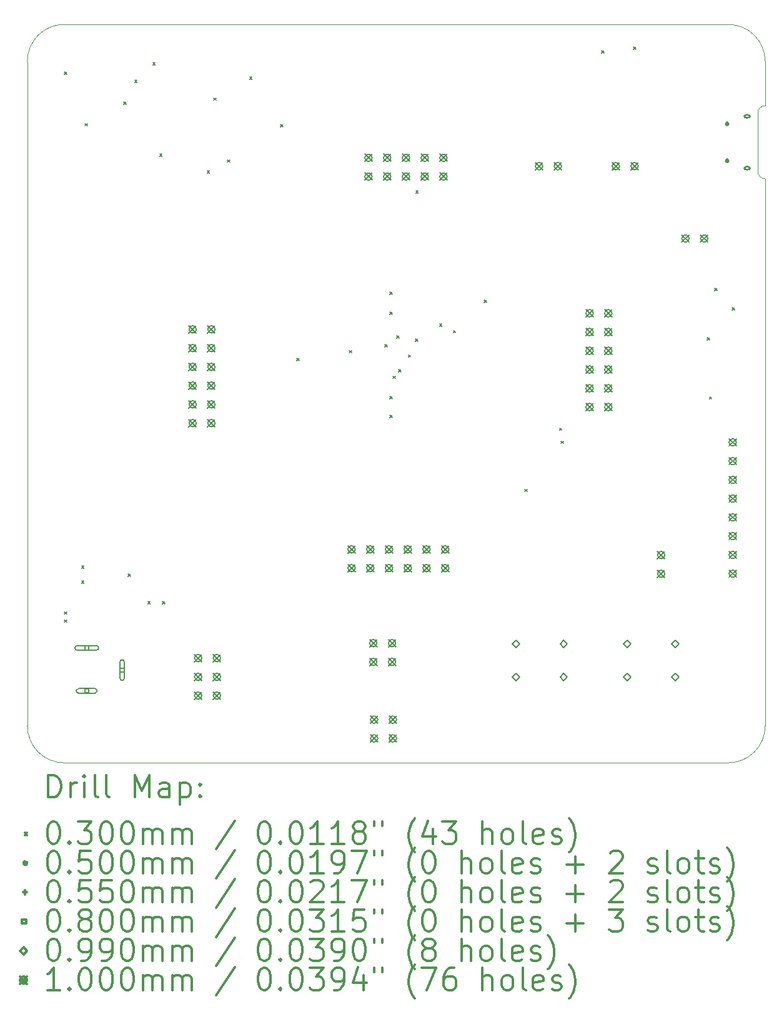
<source format=gbr>
%FSLAX45Y45*%
G04 Gerber Fmt 4.5, Leading zero omitted, Abs format (unit mm)*
G04 Created by KiCad (PCBNEW (5.1.10)-1) date 2022-01-02 12:56:20*
%MOMM*%
%LPD*%
G01*
G04 APERTURE LIST*
%TA.AperFunction,Profile*%
%ADD10C,0.050000*%
%TD*%
%ADD11C,0.200000*%
%ADD12C,0.300000*%
G04 APERTURE END LIST*
D10*
X16500000Y-5100000D02*
X16500000Y-4500000D01*
X16400000Y-5200000D02*
X16400000Y-5990000D01*
X16500000Y-6090000D02*
G75*
G02*
X16400000Y-5990000I0J100000D01*
G01*
X16400000Y-5200000D02*
G75*
G02*
X16500000Y-5100000I100000J0D01*
G01*
X7000000Y-14000000D02*
G75*
G02*
X6500000Y-13500000I0J500000D01*
G01*
X6500000Y-4500000D02*
G75*
G02*
X7000000Y-4000000I500000J0D01*
G01*
X16000000Y-4000000D02*
G75*
G02*
X16500000Y-4500000I0J-500000D01*
G01*
X16500000Y-13500000D02*
G75*
G02*
X16000000Y-14000000I-500000J0D01*
G01*
X6500000Y-4500000D02*
X6500000Y-13500000D01*
X16000000Y-4000000D02*
X7000000Y-4000000D01*
X16500000Y-13500000D02*
X16500000Y-6090000D01*
X7000000Y-14000000D02*
X16000000Y-14000000D01*
D11*
X7005000Y-4645000D02*
X7035000Y-4675000D01*
X7035000Y-4645000D02*
X7005000Y-4675000D01*
X7005000Y-11955000D02*
X7035000Y-11985000D01*
X7035000Y-11955000D02*
X7005000Y-11985000D01*
X7005000Y-12065000D02*
X7035000Y-12095000D01*
X7035000Y-12065000D02*
X7005000Y-12095000D01*
X7235000Y-11335000D02*
X7265000Y-11365000D01*
X7265000Y-11335000D02*
X7235000Y-11365000D01*
X7235000Y-11535000D02*
X7265000Y-11565000D01*
X7265000Y-11535000D02*
X7235000Y-11565000D01*
X7285000Y-5345000D02*
X7315000Y-5375000D01*
X7315000Y-5345000D02*
X7285000Y-5375000D01*
X7807500Y-5052500D02*
X7837500Y-5082500D01*
X7837500Y-5052500D02*
X7807500Y-5082500D01*
X7865000Y-11445000D02*
X7895000Y-11475000D01*
X7895000Y-11445000D02*
X7865000Y-11475000D01*
X7955000Y-4755000D02*
X7985000Y-4785000D01*
X7985000Y-4755000D02*
X7955000Y-4785000D01*
X8135000Y-11815000D02*
X8165000Y-11845000D01*
X8165000Y-11815000D02*
X8135000Y-11845000D01*
X8200000Y-4520000D02*
X8230000Y-4550000D01*
X8230000Y-4520000D02*
X8200000Y-4550000D01*
X8295000Y-5755000D02*
X8325000Y-5785000D01*
X8325000Y-5755000D02*
X8295000Y-5785000D01*
X8335000Y-11815000D02*
X8365000Y-11845000D01*
X8365000Y-11815000D02*
X8335000Y-11845000D01*
X8937500Y-5982500D02*
X8967500Y-6012500D01*
X8967500Y-5982500D02*
X8937500Y-6012500D01*
X9025000Y-4995000D02*
X9055000Y-5025000D01*
X9055000Y-4995000D02*
X9025000Y-5025000D01*
X9212499Y-5835000D02*
X9242499Y-5865000D01*
X9242499Y-5835000D02*
X9212499Y-5865000D01*
X9515000Y-4715000D02*
X9545000Y-4745000D01*
X9545000Y-4715000D02*
X9515000Y-4745000D01*
X9933750Y-5356250D02*
X9963750Y-5386250D01*
X9963750Y-5356250D02*
X9933750Y-5386250D01*
X10155000Y-8525000D02*
X10185000Y-8555000D01*
X10185000Y-8525000D02*
X10155000Y-8555000D01*
X10865000Y-8415000D02*
X10895000Y-8445000D01*
X10895000Y-8415000D02*
X10865000Y-8445000D01*
X11345000Y-8335000D02*
X11375000Y-8365000D01*
X11375000Y-8335000D02*
X11345000Y-8365000D01*
X11412501Y-9040000D02*
X11442501Y-9070000D01*
X11442501Y-9040000D02*
X11412501Y-9070000D01*
X11415000Y-7625000D02*
X11445000Y-7655000D01*
X11445000Y-7625000D02*
X11415000Y-7655000D01*
X11415000Y-7895000D02*
X11445000Y-7925000D01*
X11445000Y-7895000D02*
X11415000Y-7925000D01*
X11415000Y-9295000D02*
X11445000Y-9325000D01*
X11445000Y-9295000D02*
X11415000Y-9325000D01*
X11455000Y-8765000D02*
X11485000Y-8795000D01*
X11485000Y-8765000D02*
X11455000Y-8795000D01*
X11510000Y-8220000D02*
X11540000Y-8250000D01*
X11540000Y-8220000D02*
X11510000Y-8250000D01*
X11535000Y-8675000D02*
X11565000Y-8705000D01*
X11565000Y-8675000D02*
X11535000Y-8705000D01*
X11665000Y-8475000D02*
X11695000Y-8505000D01*
X11695000Y-8475000D02*
X11665000Y-8505000D01*
X11760000Y-8260000D02*
X11790000Y-8290000D01*
X11790000Y-8260000D02*
X11760000Y-8290000D01*
X11765000Y-6255000D02*
X11795000Y-6285000D01*
X11795000Y-6255000D02*
X11765000Y-6285000D01*
X12087000Y-8057000D02*
X12117000Y-8087000D01*
X12117000Y-8057000D02*
X12087000Y-8087000D01*
X12275000Y-8145000D02*
X12305000Y-8175000D01*
X12305000Y-8145000D02*
X12275000Y-8175000D01*
X12695000Y-7735000D02*
X12725000Y-7765000D01*
X12725000Y-7735000D02*
X12695000Y-7765000D01*
X13245000Y-10295000D02*
X13275000Y-10325000D01*
X13275000Y-10295000D02*
X13245000Y-10325000D01*
X13715000Y-9465000D02*
X13745000Y-9495000D01*
X13745000Y-9465000D02*
X13715000Y-9495000D01*
X13735000Y-9645000D02*
X13765000Y-9675000D01*
X13765000Y-9645000D02*
X13735000Y-9675000D01*
X14285000Y-4355000D02*
X14315000Y-4385000D01*
X14315000Y-4355000D02*
X14285000Y-4385000D01*
X14715000Y-4305000D02*
X14745000Y-4335000D01*
X14745000Y-4305000D02*
X14715000Y-4335000D01*
X15715000Y-8245000D02*
X15745000Y-8275000D01*
X15745000Y-8245000D02*
X15715000Y-8275000D01*
X15745000Y-9045000D02*
X15775000Y-9075000D01*
X15775000Y-9045000D02*
X15745000Y-9075000D01*
X15815000Y-7575000D02*
X15845000Y-7605000D01*
X15845000Y-7575000D02*
X15815000Y-7605000D01*
X16055000Y-7835000D02*
X16085000Y-7865000D01*
X16085000Y-7835000D02*
X16055000Y-7865000D01*
X16280000Y-5245000D02*
G75*
G03*
X16280000Y-5245000I-25000J0D01*
G01*
X16222500Y-5260000D02*
X16287500Y-5260000D01*
X16222500Y-5230000D02*
X16287500Y-5230000D01*
X16287500Y-5260000D02*
G75*
G03*
X16287500Y-5230000I0J15000D01*
G01*
X16222500Y-5230000D02*
G75*
G03*
X16222500Y-5260000I0J-15000D01*
G01*
X16280000Y-5945000D02*
G75*
G03*
X16280000Y-5945000I-25000J0D01*
G01*
X16222500Y-5960000D02*
X16287500Y-5960000D01*
X16222500Y-5930000D02*
X16287500Y-5930000D01*
X16287500Y-5960000D02*
G75*
G03*
X16287500Y-5930000I0J15000D01*
G01*
X16222500Y-5930000D02*
G75*
G03*
X16222500Y-5960000I0J-15000D01*
G01*
X15985000Y-5317500D02*
X15985000Y-5372500D01*
X15957500Y-5345000D02*
X16012500Y-5345000D01*
X16002500Y-5360000D02*
X16002500Y-5330000D01*
X15967500Y-5360000D02*
X15967500Y-5330000D01*
X16002500Y-5330000D02*
G75*
G03*
X15967500Y-5330000I-17500J0D01*
G01*
X15967500Y-5360000D02*
G75*
G03*
X16002500Y-5360000I17500J0D01*
G01*
X15985000Y-5817500D02*
X15985000Y-5872500D01*
X15957500Y-5845000D02*
X16012500Y-5845000D01*
X16002500Y-5860000D02*
X16002500Y-5830000D01*
X15967500Y-5860000D02*
X15967500Y-5830000D01*
X16002500Y-5830000D02*
G75*
G03*
X15967500Y-5830000I-17500J0D01*
G01*
X15967500Y-5860000D02*
G75*
G03*
X16002500Y-5860000I17500J0D01*
G01*
X7333284Y-12473284D02*
X7333284Y-12416715D01*
X7276715Y-12416715D01*
X7276715Y-12473284D01*
X7333284Y-12473284D01*
X7175000Y-12475000D02*
X7435000Y-12475000D01*
X7175000Y-12415000D02*
X7435000Y-12415000D01*
X7435000Y-12475000D02*
G75*
G03*
X7435000Y-12415000I0J30000D01*
G01*
X7175000Y-12415000D02*
G75*
G03*
X7175000Y-12475000I0J-30000D01*
G01*
X7333284Y-13053284D02*
X7333284Y-12996715D01*
X7276715Y-12996715D01*
X7276715Y-13053284D01*
X7333284Y-13053284D01*
X7195000Y-13055000D02*
X7415000Y-13055000D01*
X7195000Y-12995000D02*
X7415000Y-12995000D01*
X7415000Y-13055000D02*
G75*
G03*
X7415000Y-12995000I0J30000D01*
G01*
X7195000Y-12995000D02*
G75*
G03*
X7195000Y-13055000I0J-30000D01*
G01*
X7813284Y-12773284D02*
X7813284Y-12716715D01*
X7756715Y-12716715D01*
X7756715Y-12773284D01*
X7813284Y-12773284D01*
X7815000Y-12855000D02*
X7815000Y-12635000D01*
X7755000Y-12855000D02*
X7755000Y-12635000D01*
X7815000Y-12635000D02*
G75*
G03*
X7755000Y-12635000I-30000J0D01*
G01*
X7755000Y-12855000D02*
G75*
G03*
X7815000Y-12855000I30000J0D01*
G01*
X13120000Y-12439500D02*
X13169500Y-12390000D01*
X13120000Y-12340500D01*
X13070500Y-12390000D01*
X13120000Y-12439500D01*
X13120000Y-12889500D02*
X13169500Y-12840000D01*
X13120000Y-12790500D01*
X13070500Y-12840000D01*
X13120000Y-12889500D01*
X13770000Y-12439500D02*
X13819500Y-12390000D01*
X13770000Y-12340500D01*
X13720500Y-12390000D01*
X13770000Y-12439500D01*
X13770000Y-12889500D02*
X13819500Y-12840000D01*
X13770000Y-12790500D01*
X13720500Y-12840000D01*
X13770000Y-12889500D01*
X14630000Y-12439500D02*
X14679500Y-12390000D01*
X14630000Y-12340500D01*
X14580500Y-12390000D01*
X14630000Y-12439500D01*
X14630000Y-12889500D02*
X14679500Y-12840000D01*
X14630000Y-12790500D01*
X14580500Y-12840000D01*
X14630000Y-12889500D01*
X15280000Y-12439500D02*
X15329500Y-12390000D01*
X15280000Y-12340500D01*
X15230500Y-12390000D01*
X15280000Y-12439500D01*
X15280000Y-12889500D02*
X15329500Y-12840000D01*
X15280000Y-12790500D01*
X15230500Y-12840000D01*
X15280000Y-12889500D01*
X8690000Y-8080000D02*
X8790000Y-8180000D01*
X8790000Y-8080000D02*
X8690000Y-8180000D01*
X8790000Y-8130000D02*
G75*
G03*
X8790000Y-8130000I-50000J0D01*
G01*
X8690000Y-8334000D02*
X8790000Y-8434000D01*
X8790000Y-8334000D02*
X8690000Y-8434000D01*
X8790000Y-8384000D02*
G75*
G03*
X8790000Y-8384000I-50000J0D01*
G01*
X8690000Y-8588000D02*
X8790000Y-8688000D01*
X8790000Y-8588000D02*
X8690000Y-8688000D01*
X8790000Y-8638000D02*
G75*
G03*
X8790000Y-8638000I-50000J0D01*
G01*
X8690000Y-8842000D02*
X8790000Y-8942000D01*
X8790000Y-8842000D02*
X8690000Y-8942000D01*
X8790000Y-8892000D02*
G75*
G03*
X8790000Y-8892000I-50000J0D01*
G01*
X8690000Y-9096000D02*
X8790000Y-9196000D01*
X8790000Y-9096000D02*
X8690000Y-9196000D01*
X8790000Y-9146000D02*
G75*
G03*
X8790000Y-9146000I-50000J0D01*
G01*
X8690000Y-9350000D02*
X8790000Y-9450000D01*
X8790000Y-9350000D02*
X8690000Y-9450000D01*
X8790000Y-9400000D02*
G75*
G03*
X8790000Y-9400000I-50000J0D01*
G01*
X8766000Y-12532000D02*
X8866000Y-12632000D01*
X8866000Y-12532000D02*
X8766000Y-12632000D01*
X8866000Y-12582000D02*
G75*
G03*
X8866000Y-12582000I-50000J0D01*
G01*
X8766000Y-12786000D02*
X8866000Y-12886000D01*
X8866000Y-12786000D02*
X8766000Y-12886000D01*
X8866000Y-12836000D02*
G75*
G03*
X8866000Y-12836000I-50000J0D01*
G01*
X8766000Y-13040000D02*
X8866000Y-13140000D01*
X8866000Y-13040000D02*
X8766000Y-13140000D01*
X8866000Y-13090000D02*
G75*
G03*
X8866000Y-13090000I-50000J0D01*
G01*
X8944000Y-8080000D02*
X9044000Y-8180000D01*
X9044000Y-8080000D02*
X8944000Y-8180000D01*
X9044000Y-8130000D02*
G75*
G03*
X9044000Y-8130000I-50000J0D01*
G01*
X8944000Y-8334000D02*
X9044000Y-8434000D01*
X9044000Y-8334000D02*
X8944000Y-8434000D01*
X9044000Y-8384000D02*
G75*
G03*
X9044000Y-8384000I-50000J0D01*
G01*
X8944000Y-8588000D02*
X9044000Y-8688000D01*
X9044000Y-8588000D02*
X8944000Y-8688000D01*
X9044000Y-8638000D02*
G75*
G03*
X9044000Y-8638000I-50000J0D01*
G01*
X8944000Y-8842000D02*
X9044000Y-8942000D01*
X9044000Y-8842000D02*
X8944000Y-8942000D01*
X9044000Y-8892000D02*
G75*
G03*
X9044000Y-8892000I-50000J0D01*
G01*
X8944000Y-9096000D02*
X9044000Y-9196000D01*
X9044000Y-9096000D02*
X8944000Y-9196000D01*
X9044000Y-9146000D02*
G75*
G03*
X9044000Y-9146000I-50000J0D01*
G01*
X8944000Y-9350000D02*
X9044000Y-9450000D01*
X9044000Y-9350000D02*
X8944000Y-9450000D01*
X9044000Y-9400000D02*
G75*
G03*
X9044000Y-9400000I-50000J0D01*
G01*
X9020000Y-12532000D02*
X9120000Y-12632000D01*
X9120000Y-12532000D02*
X9020000Y-12632000D01*
X9120000Y-12582000D02*
G75*
G03*
X9120000Y-12582000I-50000J0D01*
G01*
X9020000Y-12786000D02*
X9120000Y-12886000D01*
X9120000Y-12786000D02*
X9020000Y-12886000D01*
X9120000Y-12836000D02*
G75*
G03*
X9120000Y-12836000I-50000J0D01*
G01*
X9020000Y-13040000D02*
X9120000Y-13140000D01*
X9120000Y-13040000D02*
X9020000Y-13140000D01*
X9120000Y-13090000D02*
G75*
G03*
X9120000Y-13090000I-50000J0D01*
G01*
X10844000Y-11060000D02*
X10944000Y-11160000D01*
X10944000Y-11060000D02*
X10844000Y-11160000D01*
X10944000Y-11110000D02*
G75*
G03*
X10944000Y-11110000I-50000J0D01*
G01*
X10844000Y-11314000D02*
X10944000Y-11414000D01*
X10944000Y-11314000D02*
X10844000Y-11414000D01*
X10944000Y-11364000D02*
G75*
G03*
X10944000Y-11364000I-50000J0D01*
G01*
X11074000Y-5756000D02*
X11174000Y-5856000D01*
X11174000Y-5756000D02*
X11074000Y-5856000D01*
X11174000Y-5806000D02*
G75*
G03*
X11174000Y-5806000I-50000J0D01*
G01*
X11074000Y-6010000D02*
X11174000Y-6110000D01*
X11174000Y-6010000D02*
X11074000Y-6110000D01*
X11174000Y-6060000D02*
G75*
G03*
X11174000Y-6060000I-50000J0D01*
G01*
X11098000Y-11060000D02*
X11198000Y-11160000D01*
X11198000Y-11060000D02*
X11098000Y-11160000D01*
X11198000Y-11110000D02*
G75*
G03*
X11198000Y-11110000I-50000J0D01*
G01*
X11098000Y-11314000D02*
X11198000Y-11414000D01*
X11198000Y-11314000D02*
X11098000Y-11414000D01*
X11198000Y-11364000D02*
G75*
G03*
X11198000Y-11364000I-50000J0D01*
G01*
X11140000Y-12330000D02*
X11240000Y-12430000D01*
X11240000Y-12330000D02*
X11140000Y-12430000D01*
X11240000Y-12380000D02*
G75*
G03*
X11240000Y-12380000I-50000J0D01*
G01*
X11140000Y-12584000D02*
X11240000Y-12684000D01*
X11240000Y-12584000D02*
X11140000Y-12684000D01*
X11240000Y-12634000D02*
G75*
G03*
X11240000Y-12634000I-50000J0D01*
G01*
X11150000Y-13366000D02*
X11250000Y-13466000D01*
X11250000Y-13366000D02*
X11150000Y-13466000D01*
X11250000Y-13416000D02*
G75*
G03*
X11250000Y-13416000I-50000J0D01*
G01*
X11150000Y-13620000D02*
X11250000Y-13720000D01*
X11250000Y-13620000D02*
X11150000Y-13720000D01*
X11250000Y-13670000D02*
G75*
G03*
X11250000Y-13670000I-50000J0D01*
G01*
X11328000Y-5756000D02*
X11428000Y-5856000D01*
X11428000Y-5756000D02*
X11328000Y-5856000D01*
X11428000Y-5806000D02*
G75*
G03*
X11428000Y-5806000I-50000J0D01*
G01*
X11328000Y-6010000D02*
X11428000Y-6110000D01*
X11428000Y-6010000D02*
X11328000Y-6110000D01*
X11428000Y-6060000D02*
G75*
G03*
X11428000Y-6060000I-50000J0D01*
G01*
X11352000Y-11060000D02*
X11452000Y-11160000D01*
X11452000Y-11060000D02*
X11352000Y-11160000D01*
X11452000Y-11110000D02*
G75*
G03*
X11452000Y-11110000I-50000J0D01*
G01*
X11352000Y-11314000D02*
X11452000Y-11414000D01*
X11452000Y-11314000D02*
X11352000Y-11414000D01*
X11452000Y-11364000D02*
G75*
G03*
X11452000Y-11364000I-50000J0D01*
G01*
X11394000Y-12330000D02*
X11494000Y-12430000D01*
X11494000Y-12330000D02*
X11394000Y-12430000D01*
X11494000Y-12380000D02*
G75*
G03*
X11494000Y-12380000I-50000J0D01*
G01*
X11394000Y-12584000D02*
X11494000Y-12684000D01*
X11494000Y-12584000D02*
X11394000Y-12684000D01*
X11494000Y-12634000D02*
G75*
G03*
X11494000Y-12634000I-50000J0D01*
G01*
X11404000Y-13366000D02*
X11504000Y-13466000D01*
X11504000Y-13366000D02*
X11404000Y-13466000D01*
X11504000Y-13416000D02*
G75*
G03*
X11504000Y-13416000I-50000J0D01*
G01*
X11404000Y-13620000D02*
X11504000Y-13720000D01*
X11504000Y-13620000D02*
X11404000Y-13720000D01*
X11504000Y-13670000D02*
G75*
G03*
X11504000Y-13670000I-50000J0D01*
G01*
X11582000Y-5756000D02*
X11682000Y-5856000D01*
X11682000Y-5756000D02*
X11582000Y-5856000D01*
X11682000Y-5806000D02*
G75*
G03*
X11682000Y-5806000I-50000J0D01*
G01*
X11582000Y-6010000D02*
X11682000Y-6110000D01*
X11682000Y-6010000D02*
X11582000Y-6110000D01*
X11682000Y-6060000D02*
G75*
G03*
X11682000Y-6060000I-50000J0D01*
G01*
X11606000Y-11060000D02*
X11706000Y-11160000D01*
X11706000Y-11060000D02*
X11606000Y-11160000D01*
X11706000Y-11110000D02*
G75*
G03*
X11706000Y-11110000I-50000J0D01*
G01*
X11606000Y-11314000D02*
X11706000Y-11414000D01*
X11706000Y-11314000D02*
X11606000Y-11414000D01*
X11706000Y-11364000D02*
G75*
G03*
X11706000Y-11364000I-50000J0D01*
G01*
X11836000Y-5756000D02*
X11936000Y-5856000D01*
X11936000Y-5756000D02*
X11836000Y-5856000D01*
X11936000Y-5806000D02*
G75*
G03*
X11936000Y-5806000I-50000J0D01*
G01*
X11836000Y-6010000D02*
X11936000Y-6110000D01*
X11936000Y-6010000D02*
X11836000Y-6110000D01*
X11936000Y-6060000D02*
G75*
G03*
X11936000Y-6060000I-50000J0D01*
G01*
X11860000Y-11060000D02*
X11960000Y-11160000D01*
X11960000Y-11060000D02*
X11860000Y-11160000D01*
X11960000Y-11110000D02*
G75*
G03*
X11960000Y-11110000I-50000J0D01*
G01*
X11860000Y-11314000D02*
X11960000Y-11414000D01*
X11960000Y-11314000D02*
X11860000Y-11414000D01*
X11960000Y-11364000D02*
G75*
G03*
X11960000Y-11364000I-50000J0D01*
G01*
X12090000Y-5756000D02*
X12190000Y-5856000D01*
X12190000Y-5756000D02*
X12090000Y-5856000D01*
X12190000Y-5806000D02*
G75*
G03*
X12190000Y-5806000I-50000J0D01*
G01*
X12090000Y-6010000D02*
X12190000Y-6110000D01*
X12190000Y-6010000D02*
X12090000Y-6110000D01*
X12190000Y-6060000D02*
G75*
G03*
X12190000Y-6060000I-50000J0D01*
G01*
X12114000Y-11060000D02*
X12214000Y-11160000D01*
X12214000Y-11060000D02*
X12114000Y-11160000D01*
X12214000Y-11110000D02*
G75*
G03*
X12214000Y-11110000I-50000J0D01*
G01*
X12114000Y-11314000D02*
X12214000Y-11414000D01*
X12214000Y-11314000D02*
X12114000Y-11414000D01*
X12214000Y-11364000D02*
G75*
G03*
X12214000Y-11364000I-50000J0D01*
G01*
X13386000Y-5870000D02*
X13486000Y-5970000D01*
X13486000Y-5870000D02*
X13386000Y-5970000D01*
X13486000Y-5920000D02*
G75*
G03*
X13486000Y-5920000I-50000J0D01*
G01*
X13640000Y-5870000D02*
X13740000Y-5970000D01*
X13740000Y-5870000D02*
X13640000Y-5970000D01*
X13740000Y-5920000D02*
G75*
G03*
X13740000Y-5920000I-50000J0D01*
G01*
X14070000Y-7862000D02*
X14170000Y-7962000D01*
X14170000Y-7862000D02*
X14070000Y-7962000D01*
X14170000Y-7912000D02*
G75*
G03*
X14170000Y-7912000I-50000J0D01*
G01*
X14070000Y-8116000D02*
X14170000Y-8216000D01*
X14170000Y-8116000D02*
X14070000Y-8216000D01*
X14170000Y-8166000D02*
G75*
G03*
X14170000Y-8166000I-50000J0D01*
G01*
X14070000Y-8370000D02*
X14170000Y-8470000D01*
X14170000Y-8370000D02*
X14070000Y-8470000D01*
X14170000Y-8420000D02*
G75*
G03*
X14170000Y-8420000I-50000J0D01*
G01*
X14070000Y-8624000D02*
X14170000Y-8724000D01*
X14170000Y-8624000D02*
X14070000Y-8724000D01*
X14170000Y-8674000D02*
G75*
G03*
X14170000Y-8674000I-50000J0D01*
G01*
X14070000Y-8878000D02*
X14170000Y-8978000D01*
X14170000Y-8878000D02*
X14070000Y-8978000D01*
X14170000Y-8928000D02*
G75*
G03*
X14170000Y-8928000I-50000J0D01*
G01*
X14070000Y-9132000D02*
X14170000Y-9232000D01*
X14170000Y-9132000D02*
X14070000Y-9232000D01*
X14170000Y-9182000D02*
G75*
G03*
X14170000Y-9182000I-50000J0D01*
G01*
X14324000Y-7862000D02*
X14424000Y-7962000D01*
X14424000Y-7862000D02*
X14324000Y-7962000D01*
X14424000Y-7912000D02*
G75*
G03*
X14424000Y-7912000I-50000J0D01*
G01*
X14324000Y-8116000D02*
X14424000Y-8216000D01*
X14424000Y-8116000D02*
X14324000Y-8216000D01*
X14424000Y-8166000D02*
G75*
G03*
X14424000Y-8166000I-50000J0D01*
G01*
X14324000Y-8370000D02*
X14424000Y-8470000D01*
X14424000Y-8370000D02*
X14324000Y-8470000D01*
X14424000Y-8420000D02*
G75*
G03*
X14424000Y-8420000I-50000J0D01*
G01*
X14324000Y-8624000D02*
X14424000Y-8724000D01*
X14424000Y-8624000D02*
X14324000Y-8724000D01*
X14424000Y-8674000D02*
G75*
G03*
X14424000Y-8674000I-50000J0D01*
G01*
X14324000Y-8878000D02*
X14424000Y-8978000D01*
X14424000Y-8878000D02*
X14324000Y-8978000D01*
X14424000Y-8928000D02*
G75*
G03*
X14424000Y-8928000I-50000J0D01*
G01*
X14324000Y-9132000D02*
X14424000Y-9232000D01*
X14424000Y-9132000D02*
X14324000Y-9232000D01*
X14424000Y-9182000D02*
G75*
G03*
X14424000Y-9182000I-50000J0D01*
G01*
X14426000Y-5870000D02*
X14526000Y-5970000D01*
X14526000Y-5870000D02*
X14426000Y-5970000D01*
X14526000Y-5920000D02*
G75*
G03*
X14526000Y-5920000I-50000J0D01*
G01*
X14680000Y-5870000D02*
X14780000Y-5970000D01*
X14780000Y-5870000D02*
X14680000Y-5970000D01*
X14780000Y-5920000D02*
G75*
G03*
X14780000Y-5920000I-50000J0D01*
G01*
X15040000Y-11136000D02*
X15140000Y-11236000D01*
X15140000Y-11136000D02*
X15040000Y-11236000D01*
X15140000Y-11186000D02*
G75*
G03*
X15140000Y-11186000I-50000J0D01*
G01*
X15040000Y-11390000D02*
X15140000Y-11490000D01*
X15140000Y-11390000D02*
X15040000Y-11490000D01*
X15140000Y-11440000D02*
G75*
G03*
X15140000Y-11440000I-50000J0D01*
G01*
X15370000Y-6850000D02*
X15470000Y-6950000D01*
X15470000Y-6850000D02*
X15370000Y-6950000D01*
X15470000Y-6900000D02*
G75*
G03*
X15470000Y-6900000I-50000J0D01*
G01*
X15624000Y-6850000D02*
X15724000Y-6950000D01*
X15724000Y-6850000D02*
X15624000Y-6950000D01*
X15724000Y-6900000D02*
G75*
G03*
X15724000Y-6900000I-50000J0D01*
G01*
X16010000Y-9610000D02*
X16110000Y-9710000D01*
X16110000Y-9610000D02*
X16010000Y-9710000D01*
X16110000Y-9660000D02*
G75*
G03*
X16110000Y-9660000I-50000J0D01*
G01*
X16010000Y-9864000D02*
X16110000Y-9964000D01*
X16110000Y-9864000D02*
X16010000Y-9964000D01*
X16110000Y-9914000D02*
G75*
G03*
X16110000Y-9914000I-50000J0D01*
G01*
X16010000Y-10118000D02*
X16110000Y-10218000D01*
X16110000Y-10118000D02*
X16010000Y-10218000D01*
X16110000Y-10168000D02*
G75*
G03*
X16110000Y-10168000I-50000J0D01*
G01*
X16010000Y-10372000D02*
X16110000Y-10472000D01*
X16110000Y-10372000D02*
X16010000Y-10472000D01*
X16110000Y-10422000D02*
G75*
G03*
X16110000Y-10422000I-50000J0D01*
G01*
X16010000Y-10626000D02*
X16110000Y-10726000D01*
X16110000Y-10626000D02*
X16010000Y-10726000D01*
X16110000Y-10676000D02*
G75*
G03*
X16110000Y-10676000I-50000J0D01*
G01*
X16010000Y-10880000D02*
X16110000Y-10980000D01*
X16110000Y-10880000D02*
X16010000Y-10980000D01*
X16110000Y-10930000D02*
G75*
G03*
X16110000Y-10930000I-50000J0D01*
G01*
X16010000Y-11134000D02*
X16110000Y-11234000D01*
X16110000Y-11134000D02*
X16010000Y-11234000D01*
X16110000Y-11184000D02*
G75*
G03*
X16110000Y-11184000I-50000J0D01*
G01*
X16010000Y-11388000D02*
X16110000Y-11488000D01*
X16110000Y-11388000D02*
X16010000Y-11488000D01*
X16110000Y-11438000D02*
G75*
G03*
X16110000Y-11438000I-50000J0D01*
G01*
D12*
X6783928Y-14468214D02*
X6783928Y-14168214D01*
X6855357Y-14168214D01*
X6898214Y-14182500D01*
X6926786Y-14211071D01*
X6941071Y-14239643D01*
X6955357Y-14296786D01*
X6955357Y-14339643D01*
X6941071Y-14396786D01*
X6926786Y-14425357D01*
X6898214Y-14453929D01*
X6855357Y-14468214D01*
X6783928Y-14468214D01*
X7083928Y-14468214D02*
X7083928Y-14268214D01*
X7083928Y-14325357D02*
X7098214Y-14296786D01*
X7112500Y-14282500D01*
X7141071Y-14268214D01*
X7169643Y-14268214D01*
X7269643Y-14468214D02*
X7269643Y-14268214D01*
X7269643Y-14168214D02*
X7255357Y-14182500D01*
X7269643Y-14196786D01*
X7283928Y-14182500D01*
X7269643Y-14168214D01*
X7269643Y-14196786D01*
X7455357Y-14468214D02*
X7426786Y-14453929D01*
X7412500Y-14425357D01*
X7412500Y-14168214D01*
X7612500Y-14468214D02*
X7583928Y-14453929D01*
X7569643Y-14425357D01*
X7569643Y-14168214D01*
X7955357Y-14468214D02*
X7955357Y-14168214D01*
X8055357Y-14382500D01*
X8155357Y-14168214D01*
X8155357Y-14468214D01*
X8426786Y-14468214D02*
X8426786Y-14311071D01*
X8412500Y-14282500D01*
X8383928Y-14268214D01*
X8326786Y-14268214D01*
X8298214Y-14282500D01*
X8426786Y-14453929D02*
X8398214Y-14468214D01*
X8326786Y-14468214D01*
X8298214Y-14453929D01*
X8283928Y-14425357D01*
X8283928Y-14396786D01*
X8298214Y-14368214D01*
X8326786Y-14353929D01*
X8398214Y-14353929D01*
X8426786Y-14339643D01*
X8569643Y-14268214D02*
X8569643Y-14568214D01*
X8569643Y-14282500D02*
X8598214Y-14268214D01*
X8655357Y-14268214D01*
X8683928Y-14282500D01*
X8698214Y-14296786D01*
X8712500Y-14325357D01*
X8712500Y-14411071D01*
X8698214Y-14439643D01*
X8683928Y-14453929D01*
X8655357Y-14468214D01*
X8598214Y-14468214D01*
X8569643Y-14453929D01*
X8841071Y-14439643D02*
X8855357Y-14453929D01*
X8841071Y-14468214D01*
X8826786Y-14453929D01*
X8841071Y-14439643D01*
X8841071Y-14468214D01*
X8841071Y-14282500D02*
X8855357Y-14296786D01*
X8841071Y-14311071D01*
X8826786Y-14296786D01*
X8841071Y-14282500D01*
X8841071Y-14311071D01*
X6467500Y-14947500D02*
X6497500Y-14977500D01*
X6497500Y-14947500D02*
X6467500Y-14977500D01*
X6841071Y-14798214D02*
X6869643Y-14798214D01*
X6898214Y-14812500D01*
X6912500Y-14826786D01*
X6926786Y-14855357D01*
X6941071Y-14912500D01*
X6941071Y-14983929D01*
X6926786Y-15041071D01*
X6912500Y-15069643D01*
X6898214Y-15083929D01*
X6869643Y-15098214D01*
X6841071Y-15098214D01*
X6812500Y-15083929D01*
X6798214Y-15069643D01*
X6783928Y-15041071D01*
X6769643Y-14983929D01*
X6769643Y-14912500D01*
X6783928Y-14855357D01*
X6798214Y-14826786D01*
X6812500Y-14812500D01*
X6841071Y-14798214D01*
X7069643Y-15069643D02*
X7083928Y-15083929D01*
X7069643Y-15098214D01*
X7055357Y-15083929D01*
X7069643Y-15069643D01*
X7069643Y-15098214D01*
X7183928Y-14798214D02*
X7369643Y-14798214D01*
X7269643Y-14912500D01*
X7312500Y-14912500D01*
X7341071Y-14926786D01*
X7355357Y-14941071D01*
X7369643Y-14969643D01*
X7369643Y-15041071D01*
X7355357Y-15069643D01*
X7341071Y-15083929D01*
X7312500Y-15098214D01*
X7226786Y-15098214D01*
X7198214Y-15083929D01*
X7183928Y-15069643D01*
X7555357Y-14798214D02*
X7583928Y-14798214D01*
X7612500Y-14812500D01*
X7626786Y-14826786D01*
X7641071Y-14855357D01*
X7655357Y-14912500D01*
X7655357Y-14983929D01*
X7641071Y-15041071D01*
X7626786Y-15069643D01*
X7612500Y-15083929D01*
X7583928Y-15098214D01*
X7555357Y-15098214D01*
X7526786Y-15083929D01*
X7512500Y-15069643D01*
X7498214Y-15041071D01*
X7483928Y-14983929D01*
X7483928Y-14912500D01*
X7498214Y-14855357D01*
X7512500Y-14826786D01*
X7526786Y-14812500D01*
X7555357Y-14798214D01*
X7841071Y-14798214D02*
X7869643Y-14798214D01*
X7898214Y-14812500D01*
X7912500Y-14826786D01*
X7926786Y-14855357D01*
X7941071Y-14912500D01*
X7941071Y-14983929D01*
X7926786Y-15041071D01*
X7912500Y-15069643D01*
X7898214Y-15083929D01*
X7869643Y-15098214D01*
X7841071Y-15098214D01*
X7812500Y-15083929D01*
X7798214Y-15069643D01*
X7783928Y-15041071D01*
X7769643Y-14983929D01*
X7769643Y-14912500D01*
X7783928Y-14855357D01*
X7798214Y-14826786D01*
X7812500Y-14812500D01*
X7841071Y-14798214D01*
X8069643Y-15098214D02*
X8069643Y-14898214D01*
X8069643Y-14926786D02*
X8083928Y-14912500D01*
X8112500Y-14898214D01*
X8155357Y-14898214D01*
X8183928Y-14912500D01*
X8198214Y-14941071D01*
X8198214Y-15098214D01*
X8198214Y-14941071D02*
X8212500Y-14912500D01*
X8241071Y-14898214D01*
X8283928Y-14898214D01*
X8312500Y-14912500D01*
X8326786Y-14941071D01*
X8326786Y-15098214D01*
X8469643Y-15098214D02*
X8469643Y-14898214D01*
X8469643Y-14926786D02*
X8483928Y-14912500D01*
X8512500Y-14898214D01*
X8555357Y-14898214D01*
X8583928Y-14912500D01*
X8598214Y-14941071D01*
X8598214Y-15098214D01*
X8598214Y-14941071D02*
X8612500Y-14912500D01*
X8641071Y-14898214D01*
X8683928Y-14898214D01*
X8712500Y-14912500D01*
X8726786Y-14941071D01*
X8726786Y-15098214D01*
X9312500Y-14783929D02*
X9055357Y-15169643D01*
X9698214Y-14798214D02*
X9726786Y-14798214D01*
X9755357Y-14812500D01*
X9769643Y-14826786D01*
X9783928Y-14855357D01*
X9798214Y-14912500D01*
X9798214Y-14983929D01*
X9783928Y-15041071D01*
X9769643Y-15069643D01*
X9755357Y-15083929D01*
X9726786Y-15098214D01*
X9698214Y-15098214D01*
X9669643Y-15083929D01*
X9655357Y-15069643D01*
X9641071Y-15041071D01*
X9626786Y-14983929D01*
X9626786Y-14912500D01*
X9641071Y-14855357D01*
X9655357Y-14826786D01*
X9669643Y-14812500D01*
X9698214Y-14798214D01*
X9926786Y-15069643D02*
X9941071Y-15083929D01*
X9926786Y-15098214D01*
X9912500Y-15083929D01*
X9926786Y-15069643D01*
X9926786Y-15098214D01*
X10126786Y-14798214D02*
X10155357Y-14798214D01*
X10183928Y-14812500D01*
X10198214Y-14826786D01*
X10212500Y-14855357D01*
X10226786Y-14912500D01*
X10226786Y-14983929D01*
X10212500Y-15041071D01*
X10198214Y-15069643D01*
X10183928Y-15083929D01*
X10155357Y-15098214D01*
X10126786Y-15098214D01*
X10098214Y-15083929D01*
X10083928Y-15069643D01*
X10069643Y-15041071D01*
X10055357Y-14983929D01*
X10055357Y-14912500D01*
X10069643Y-14855357D01*
X10083928Y-14826786D01*
X10098214Y-14812500D01*
X10126786Y-14798214D01*
X10512500Y-15098214D02*
X10341071Y-15098214D01*
X10426786Y-15098214D02*
X10426786Y-14798214D01*
X10398214Y-14841071D01*
X10369643Y-14869643D01*
X10341071Y-14883929D01*
X10798214Y-15098214D02*
X10626786Y-15098214D01*
X10712500Y-15098214D02*
X10712500Y-14798214D01*
X10683928Y-14841071D01*
X10655357Y-14869643D01*
X10626786Y-14883929D01*
X10969643Y-14926786D02*
X10941071Y-14912500D01*
X10926786Y-14898214D01*
X10912500Y-14869643D01*
X10912500Y-14855357D01*
X10926786Y-14826786D01*
X10941071Y-14812500D01*
X10969643Y-14798214D01*
X11026786Y-14798214D01*
X11055357Y-14812500D01*
X11069643Y-14826786D01*
X11083928Y-14855357D01*
X11083928Y-14869643D01*
X11069643Y-14898214D01*
X11055357Y-14912500D01*
X11026786Y-14926786D01*
X10969643Y-14926786D01*
X10941071Y-14941071D01*
X10926786Y-14955357D01*
X10912500Y-14983929D01*
X10912500Y-15041071D01*
X10926786Y-15069643D01*
X10941071Y-15083929D01*
X10969643Y-15098214D01*
X11026786Y-15098214D01*
X11055357Y-15083929D01*
X11069643Y-15069643D01*
X11083928Y-15041071D01*
X11083928Y-14983929D01*
X11069643Y-14955357D01*
X11055357Y-14941071D01*
X11026786Y-14926786D01*
X11198214Y-14798214D02*
X11198214Y-14855357D01*
X11312500Y-14798214D02*
X11312500Y-14855357D01*
X11755357Y-15212500D02*
X11741071Y-15198214D01*
X11712500Y-15155357D01*
X11698214Y-15126786D01*
X11683928Y-15083929D01*
X11669643Y-15012500D01*
X11669643Y-14955357D01*
X11683928Y-14883929D01*
X11698214Y-14841071D01*
X11712500Y-14812500D01*
X11741071Y-14769643D01*
X11755357Y-14755357D01*
X11998214Y-14898214D02*
X11998214Y-15098214D01*
X11926786Y-14783929D02*
X11855357Y-14998214D01*
X12041071Y-14998214D01*
X12126786Y-14798214D02*
X12312500Y-14798214D01*
X12212500Y-14912500D01*
X12255357Y-14912500D01*
X12283928Y-14926786D01*
X12298214Y-14941071D01*
X12312500Y-14969643D01*
X12312500Y-15041071D01*
X12298214Y-15069643D01*
X12283928Y-15083929D01*
X12255357Y-15098214D01*
X12169643Y-15098214D01*
X12141071Y-15083929D01*
X12126786Y-15069643D01*
X12669643Y-15098214D02*
X12669643Y-14798214D01*
X12798214Y-15098214D02*
X12798214Y-14941071D01*
X12783928Y-14912500D01*
X12755357Y-14898214D01*
X12712500Y-14898214D01*
X12683928Y-14912500D01*
X12669643Y-14926786D01*
X12983928Y-15098214D02*
X12955357Y-15083929D01*
X12941071Y-15069643D01*
X12926786Y-15041071D01*
X12926786Y-14955357D01*
X12941071Y-14926786D01*
X12955357Y-14912500D01*
X12983928Y-14898214D01*
X13026786Y-14898214D01*
X13055357Y-14912500D01*
X13069643Y-14926786D01*
X13083928Y-14955357D01*
X13083928Y-15041071D01*
X13069643Y-15069643D01*
X13055357Y-15083929D01*
X13026786Y-15098214D01*
X12983928Y-15098214D01*
X13255357Y-15098214D02*
X13226786Y-15083929D01*
X13212500Y-15055357D01*
X13212500Y-14798214D01*
X13483928Y-15083929D02*
X13455357Y-15098214D01*
X13398214Y-15098214D01*
X13369643Y-15083929D01*
X13355357Y-15055357D01*
X13355357Y-14941071D01*
X13369643Y-14912500D01*
X13398214Y-14898214D01*
X13455357Y-14898214D01*
X13483928Y-14912500D01*
X13498214Y-14941071D01*
X13498214Y-14969643D01*
X13355357Y-14998214D01*
X13612500Y-15083929D02*
X13641071Y-15098214D01*
X13698214Y-15098214D01*
X13726786Y-15083929D01*
X13741071Y-15055357D01*
X13741071Y-15041071D01*
X13726786Y-15012500D01*
X13698214Y-14998214D01*
X13655357Y-14998214D01*
X13626786Y-14983929D01*
X13612500Y-14955357D01*
X13612500Y-14941071D01*
X13626786Y-14912500D01*
X13655357Y-14898214D01*
X13698214Y-14898214D01*
X13726786Y-14912500D01*
X13841071Y-15212500D02*
X13855357Y-15198214D01*
X13883928Y-15155357D01*
X13898214Y-15126786D01*
X13912500Y-15083929D01*
X13926786Y-15012500D01*
X13926786Y-14955357D01*
X13912500Y-14883929D01*
X13898214Y-14841071D01*
X13883928Y-14812500D01*
X13855357Y-14769643D01*
X13841071Y-14755357D01*
X6497500Y-15358500D02*
G75*
G03*
X6497500Y-15358500I-25000J0D01*
G01*
X6841071Y-15194214D02*
X6869643Y-15194214D01*
X6898214Y-15208500D01*
X6912500Y-15222786D01*
X6926786Y-15251357D01*
X6941071Y-15308500D01*
X6941071Y-15379929D01*
X6926786Y-15437071D01*
X6912500Y-15465643D01*
X6898214Y-15479929D01*
X6869643Y-15494214D01*
X6841071Y-15494214D01*
X6812500Y-15479929D01*
X6798214Y-15465643D01*
X6783928Y-15437071D01*
X6769643Y-15379929D01*
X6769643Y-15308500D01*
X6783928Y-15251357D01*
X6798214Y-15222786D01*
X6812500Y-15208500D01*
X6841071Y-15194214D01*
X7069643Y-15465643D02*
X7083928Y-15479929D01*
X7069643Y-15494214D01*
X7055357Y-15479929D01*
X7069643Y-15465643D01*
X7069643Y-15494214D01*
X7355357Y-15194214D02*
X7212500Y-15194214D01*
X7198214Y-15337071D01*
X7212500Y-15322786D01*
X7241071Y-15308500D01*
X7312500Y-15308500D01*
X7341071Y-15322786D01*
X7355357Y-15337071D01*
X7369643Y-15365643D01*
X7369643Y-15437071D01*
X7355357Y-15465643D01*
X7341071Y-15479929D01*
X7312500Y-15494214D01*
X7241071Y-15494214D01*
X7212500Y-15479929D01*
X7198214Y-15465643D01*
X7555357Y-15194214D02*
X7583928Y-15194214D01*
X7612500Y-15208500D01*
X7626786Y-15222786D01*
X7641071Y-15251357D01*
X7655357Y-15308500D01*
X7655357Y-15379929D01*
X7641071Y-15437071D01*
X7626786Y-15465643D01*
X7612500Y-15479929D01*
X7583928Y-15494214D01*
X7555357Y-15494214D01*
X7526786Y-15479929D01*
X7512500Y-15465643D01*
X7498214Y-15437071D01*
X7483928Y-15379929D01*
X7483928Y-15308500D01*
X7498214Y-15251357D01*
X7512500Y-15222786D01*
X7526786Y-15208500D01*
X7555357Y-15194214D01*
X7841071Y-15194214D02*
X7869643Y-15194214D01*
X7898214Y-15208500D01*
X7912500Y-15222786D01*
X7926786Y-15251357D01*
X7941071Y-15308500D01*
X7941071Y-15379929D01*
X7926786Y-15437071D01*
X7912500Y-15465643D01*
X7898214Y-15479929D01*
X7869643Y-15494214D01*
X7841071Y-15494214D01*
X7812500Y-15479929D01*
X7798214Y-15465643D01*
X7783928Y-15437071D01*
X7769643Y-15379929D01*
X7769643Y-15308500D01*
X7783928Y-15251357D01*
X7798214Y-15222786D01*
X7812500Y-15208500D01*
X7841071Y-15194214D01*
X8069643Y-15494214D02*
X8069643Y-15294214D01*
X8069643Y-15322786D02*
X8083928Y-15308500D01*
X8112500Y-15294214D01*
X8155357Y-15294214D01*
X8183928Y-15308500D01*
X8198214Y-15337071D01*
X8198214Y-15494214D01*
X8198214Y-15337071D02*
X8212500Y-15308500D01*
X8241071Y-15294214D01*
X8283928Y-15294214D01*
X8312500Y-15308500D01*
X8326786Y-15337071D01*
X8326786Y-15494214D01*
X8469643Y-15494214D02*
X8469643Y-15294214D01*
X8469643Y-15322786D02*
X8483928Y-15308500D01*
X8512500Y-15294214D01*
X8555357Y-15294214D01*
X8583928Y-15308500D01*
X8598214Y-15337071D01*
X8598214Y-15494214D01*
X8598214Y-15337071D02*
X8612500Y-15308500D01*
X8641071Y-15294214D01*
X8683928Y-15294214D01*
X8712500Y-15308500D01*
X8726786Y-15337071D01*
X8726786Y-15494214D01*
X9312500Y-15179929D02*
X9055357Y-15565643D01*
X9698214Y-15194214D02*
X9726786Y-15194214D01*
X9755357Y-15208500D01*
X9769643Y-15222786D01*
X9783928Y-15251357D01*
X9798214Y-15308500D01*
X9798214Y-15379929D01*
X9783928Y-15437071D01*
X9769643Y-15465643D01*
X9755357Y-15479929D01*
X9726786Y-15494214D01*
X9698214Y-15494214D01*
X9669643Y-15479929D01*
X9655357Y-15465643D01*
X9641071Y-15437071D01*
X9626786Y-15379929D01*
X9626786Y-15308500D01*
X9641071Y-15251357D01*
X9655357Y-15222786D01*
X9669643Y-15208500D01*
X9698214Y-15194214D01*
X9926786Y-15465643D02*
X9941071Y-15479929D01*
X9926786Y-15494214D01*
X9912500Y-15479929D01*
X9926786Y-15465643D01*
X9926786Y-15494214D01*
X10126786Y-15194214D02*
X10155357Y-15194214D01*
X10183928Y-15208500D01*
X10198214Y-15222786D01*
X10212500Y-15251357D01*
X10226786Y-15308500D01*
X10226786Y-15379929D01*
X10212500Y-15437071D01*
X10198214Y-15465643D01*
X10183928Y-15479929D01*
X10155357Y-15494214D01*
X10126786Y-15494214D01*
X10098214Y-15479929D01*
X10083928Y-15465643D01*
X10069643Y-15437071D01*
X10055357Y-15379929D01*
X10055357Y-15308500D01*
X10069643Y-15251357D01*
X10083928Y-15222786D01*
X10098214Y-15208500D01*
X10126786Y-15194214D01*
X10512500Y-15494214D02*
X10341071Y-15494214D01*
X10426786Y-15494214D02*
X10426786Y-15194214D01*
X10398214Y-15237071D01*
X10369643Y-15265643D01*
X10341071Y-15279929D01*
X10655357Y-15494214D02*
X10712500Y-15494214D01*
X10741071Y-15479929D01*
X10755357Y-15465643D01*
X10783928Y-15422786D01*
X10798214Y-15365643D01*
X10798214Y-15251357D01*
X10783928Y-15222786D01*
X10769643Y-15208500D01*
X10741071Y-15194214D01*
X10683928Y-15194214D01*
X10655357Y-15208500D01*
X10641071Y-15222786D01*
X10626786Y-15251357D01*
X10626786Y-15322786D01*
X10641071Y-15351357D01*
X10655357Y-15365643D01*
X10683928Y-15379929D01*
X10741071Y-15379929D01*
X10769643Y-15365643D01*
X10783928Y-15351357D01*
X10798214Y-15322786D01*
X10898214Y-15194214D02*
X11098214Y-15194214D01*
X10969643Y-15494214D01*
X11198214Y-15194214D02*
X11198214Y-15251357D01*
X11312500Y-15194214D02*
X11312500Y-15251357D01*
X11755357Y-15608500D02*
X11741071Y-15594214D01*
X11712500Y-15551357D01*
X11698214Y-15522786D01*
X11683928Y-15479929D01*
X11669643Y-15408500D01*
X11669643Y-15351357D01*
X11683928Y-15279929D01*
X11698214Y-15237071D01*
X11712500Y-15208500D01*
X11741071Y-15165643D01*
X11755357Y-15151357D01*
X11926786Y-15194214D02*
X11955357Y-15194214D01*
X11983928Y-15208500D01*
X11998214Y-15222786D01*
X12012500Y-15251357D01*
X12026786Y-15308500D01*
X12026786Y-15379929D01*
X12012500Y-15437071D01*
X11998214Y-15465643D01*
X11983928Y-15479929D01*
X11955357Y-15494214D01*
X11926786Y-15494214D01*
X11898214Y-15479929D01*
X11883928Y-15465643D01*
X11869643Y-15437071D01*
X11855357Y-15379929D01*
X11855357Y-15308500D01*
X11869643Y-15251357D01*
X11883928Y-15222786D01*
X11898214Y-15208500D01*
X11926786Y-15194214D01*
X12383928Y-15494214D02*
X12383928Y-15194214D01*
X12512500Y-15494214D02*
X12512500Y-15337071D01*
X12498214Y-15308500D01*
X12469643Y-15294214D01*
X12426786Y-15294214D01*
X12398214Y-15308500D01*
X12383928Y-15322786D01*
X12698214Y-15494214D02*
X12669643Y-15479929D01*
X12655357Y-15465643D01*
X12641071Y-15437071D01*
X12641071Y-15351357D01*
X12655357Y-15322786D01*
X12669643Y-15308500D01*
X12698214Y-15294214D01*
X12741071Y-15294214D01*
X12769643Y-15308500D01*
X12783928Y-15322786D01*
X12798214Y-15351357D01*
X12798214Y-15437071D01*
X12783928Y-15465643D01*
X12769643Y-15479929D01*
X12741071Y-15494214D01*
X12698214Y-15494214D01*
X12969643Y-15494214D02*
X12941071Y-15479929D01*
X12926786Y-15451357D01*
X12926786Y-15194214D01*
X13198214Y-15479929D02*
X13169643Y-15494214D01*
X13112500Y-15494214D01*
X13083928Y-15479929D01*
X13069643Y-15451357D01*
X13069643Y-15337071D01*
X13083928Y-15308500D01*
X13112500Y-15294214D01*
X13169643Y-15294214D01*
X13198214Y-15308500D01*
X13212500Y-15337071D01*
X13212500Y-15365643D01*
X13069643Y-15394214D01*
X13326786Y-15479929D02*
X13355357Y-15494214D01*
X13412500Y-15494214D01*
X13441071Y-15479929D01*
X13455357Y-15451357D01*
X13455357Y-15437071D01*
X13441071Y-15408500D01*
X13412500Y-15394214D01*
X13369643Y-15394214D01*
X13341071Y-15379929D01*
X13326786Y-15351357D01*
X13326786Y-15337071D01*
X13341071Y-15308500D01*
X13369643Y-15294214D01*
X13412500Y-15294214D01*
X13441071Y-15308500D01*
X13812500Y-15379929D02*
X14041071Y-15379929D01*
X13926786Y-15494214D02*
X13926786Y-15265643D01*
X14398214Y-15222786D02*
X14412500Y-15208500D01*
X14441071Y-15194214D01*
X14512500Y-15194214D01*
X14541071Y-15208500D01*
X14555357Y-15222786D01*
X14569643Y-15251357D01*
X14569643Y-15279929D01*
X14555357Y-15322786D01*
X14383928Y-15494214D01*
X14569643Y-15494214D01*
X14912500Y-15479929D02*
X14941071Y-15494214D01*
X14998214Y-15494214D01*
X15026786Y-15479929D01*
X15041071Y-15451357D01*
X15041071Y-15437071D01*
X15026786Y-15408500D01*
X14998214Y-15394214D01*
X14955357Y-15394214D01*
X14926786Y-15379929D01*
X14912500Y-15351357D01*
X14912500Y-15337071D01*
X14926786Y-15308500D01*
X14955357Y-15294214D01*
X14998214Y-15294214D01*
X15026786Y-15308500D01*
X15212500Y-15494214D02*
X15183928Y-15479929D01*
X15169643Y-15451357D01*
X15169643Y-15194214D01*
X15369643Y-15494214D02*
X15341071Y-15479929D01*
X15326786Y-15465643D01*
X15312500Y-15437071D01*
X15312500Y-15351357D01*
X15326786Y-15322786D01*
X15341071Y-15308500D01*
X15369643Y-15294214D01*
X15412500Y-15294214D01*
X15441071Y-15308500D01*
X15455357Y-15322786D01*
X15469643Y-15351357D01*
X15469643Y-15437071D01*
X15455357Y-15465643D01*
X15441071Y-15479929D01*
X15412500Y-15494214D01*
X15369643Y-15494214D01*
X15555357Y-15294214D02*
X15669643Y-15294214D01*
X15598214Y-15194214D02*
X15598214Y-15451357D01*
X15612500Y-15479929D01*
X15641071Y-15494214D01*
X15669643Y-15494214D01*
X15755357Y-15479929D02*
X15783928Y-15494214D01*
X15841071Y-15494214D01*
X15869643Y-15479929D01*
X15883928Y-15451357D01*
X15883928Y-15437071D01*
X15869643Y-15408500D01*
X15841071Y-15394214D01*
X15798214Y-15394214D01*
X15769643Y-15379929D01*
X15755357Y-15351357D01*
X15755357Y-15337071D01*
X15769643Y-15308500D01*
X15798214Y-15294214D01*
X15841071Y-15294214D01*
X15869643Y-15308500D01*
X15983928Y-15608500D02*
X15998214Y-15594214D01*
X16026786Y-15551357D01*
X16041071Y-15522786D01*
X16055357Y-15479929D01*
X16069643Y-15408500D01*
X16069643Y-15351357D01*
X16055357Y-15279929D01*
X16041071Y-15237071D01*
X16026786Y-15208500D01*
X15998214Y-15165643D01*
X15983928Y-15151357D01*
X6470000Y-15727000D02*
X6470000Y-15782000D01*
X6442500Y-15754500D02*
X6497500Y-15754500D01*
X6841071Y-15590214D02*
X6869643Y-15590214D01*
X6898214Y-15604500D01*
X6912500Y-15618786D01*
X6926786Y-15647357D01*
X6941071Y-15704500D01*
X6941071Y-15775929D01*
X6926786Y-15833071D01*
X6912500Y-15861643D01*
X6898214Y-15875929D01*
X6869643Y-15890214D01*
X6841071Y-15890214D01*
X6812500Y-15875929D01*
X6798214Y-15861643D01*
X6783928Y-15833071D01*
X6769643Y-15775929D01*
X6769643Y-15704500D01*
X6783928Y-15647357D01*
X6798214Y-15618786D01*
X6812500Y-15604500D01*
X6841071Y-15590214D01*
X7069643Y-15861643D02*
X7083928Y-15875929D01*
X7069643Y-15890214D01*
X7055357Y-15875929D01*
X7069643Y-15861643D01*
X7069643Y-15890214D01*
X7355357Y-15590214D02*
X7212500Y-15590214D01*
X7198214Y-15733071D01*
X7212500Y-15718786D01*
X7241071Y-15704500D01*
X7312500Y-15704500D01*
X7341071Y-15718786D01*
X7355357Y-15733071D01*
X7369643Y-15761643D01*
X7369643Y-15833071D01*
X7355357Y-15861643D01*
X7341071Y-15875929D01*
X7312500Y-15890214D01*
X7241071Y-15890214D01*
X7212500Y-15875929D01*
X7198214Y-15861643D01*
X7641071Y-15590214D02*
X7498214Y-15590214D01*
X7483928Y-15733071D01*
X7498214Y-15718786D01*
X7526786Y-15704500D01*
X7598214Y-15704500D01*
X7626786Y-15718786D01*
X7641071Y-15733071D01*
X7655357Y-15761643D01*
X7655357Y-15833071D01*
X7641071Y-15861643D01*
X7626786Y-15875929D01*
X7598214Y-15890214D01*
X7526786Y-15890214D01*
X7498214Y-15875929D01*
X7483928Y-15861643D01*
X7841071Y-15590214D02*
X7869643Y-15590214D01*
X7898214Y-15604500D01*
X7912500Y-15618786D01*
X7926786Y-15647357D01*
X7941071Y-15704500D01*
X7941071Y-15775929D01*
X7926786Y-15833071D01*
X7912500Y-15861643D01*
X7898214Y-15875929D01*
X7869643Y-15890214D01*
X7841071Y-15890214D01*
X7812500Y-15875929D01*
X7798214Y-15861643D01*
X7783928Y-15833071D01*
X7769643Y-15775929D01*
X7769643Y-15704500D01*
X7783928Y-15647357D01*
X7798214Y-15618786D01*
X7812500Y-15604500D01*
X7841071Y-15590214D01*
X8069643Y-15890214D02*
X8069643Y-15690214D01*
X8069643Y-15718786D02*
X8083928Y-15704500D01*
X8112500Y-15690214D01*
X8155357Y-15690214D01*
X8183928Y-15704500D01*
X8198214Y-15733071D01*
X8198214Y-15890214D01*
X8198214Y-15733071D02*
X8212500Y-15704500D01*
X8241071Y-15690214D01*
X8283928Y-15690214D01*
X8312500Y-15704500D01*
X8326786Y-15733071D01*
X8326786Y-15890214D01*
X8469643Y-15890214D02*
X8469643Y-15690214D01*
X8469643Y-15718786D02*
X8483928Y-15704500D01*
X8512500Y-15690214D01*
X8555357Y-15690214D01*
X8583928Y-15704500D01*
X8598214Y-15733071D01*
X8598214Y-15890214D01*
X8598214Y-15733071D02*
X8612500Y-15704500D01*
X8641071Y-15690214D01*
X8683928Y-15690214D01*
X8712500Y-15704500D01*
X8726786Y-15733071D01*
X8726786Y-15890214D01*
X9312500Y-15575929D02*
X9055357Y-15961643D01*
X9698214Y-15590214D02*
X9726786Y-15590214D01*
X9755357Y-15604500D01*
X9769643Y-15618786D01*
X9783928Y-15647357D01*
X9798214Y-15704500D01*
X9798214Y-15775929D01*
X9783928Y-15833071D01*
X9769643Y-15861643D01*
X9755357Y-15875929D01*
X9726786Y-15890214D01*
X9698214Y-15890214D01*
X9669643Y-15875929D01*
X9655357Y-15861643D01*
X9641071Y-15833071D01*
X9626786Y-15775929D01*
X9626786Y-15704500D01*
X9641071Y-15647357D01*
X9655357Y-15618786D01*
X9669643Y-15604500D01*
X9698214Y-15590214D01*
X9926786Y-15861643D02*
X9941071Y-15875929D01*
X9926786Y-15890214D01*
X9912500Y-15875929D01*
X9926786Y-15861643D01*
X9926786Y-15890214D01*
X10126786Y-15590214D02*
X10155357Y-15590214D01*
X10183928Y-15604500D01*
X10198214Y-15618786D01*
X10212500Y-15647357D01*
X10226786Y-15704500D01*
X10226786Y-15775929D01*
X10212500Y-15833071D01*
X10198214Y-15861643D01*
X10183928Y-15875929D01*
X10155357Y-15890214D01*
X10126786Y-15890214D01*
X10098214Y-15875929D01*
X10083928Y-15861643D01*
X10069643Y-15833071D01*
X10055357Y-15775929D01*
X10055357Y-15704500D01*
X10069643Y-15647357D01*
X10083928Y-15618786D01*
X10098214Y-15604500D01*
X10126786Y-15590214D01*
X10341071Y-15618786D02*
X10355357Y-15604500D01*
X10383928Y-15590214D01*
X10455357Y-15590214D01*
X10483928Y-15604500D01*
X10498214Y-15618786D01*
X10512500Y-15647357D01*
X10512500Y-15675929D01*
X10498214Y-15718786D01*
X10326786Y-15890214D01*
X10512500Y-15890214D01*
X10798214Y-15890214D02*
X10626786Y-15890214D01*
X10712500Y-15890214D02*
X10712500Y-15590214D01*
X10683928Y-15633071D01*
X10655357Y-15661643D01*
X10626786Y-15675929D01*
X10898214Y-15590214D02*
X11098214Y-15590214D01*
X10969643Y-15890214D01*
X11198214Y-15590214D02*
X11198214Y-15647357D01*
X11312500Y-15590214D02*
X11312500Y-15647357D01*
X11755357Y-16004500D02*
X11741071Y-15990214D01*
X11712500Y-15947357D01*
X11698214Y-15918786D01*
X11683928Y-15875929D01*
X11669643Y-15804500D01*
X11669643Y-15747357D01*
X11683928Y-15675929D01*
X11698214Y-15633071D01*
X11712500Y-15604500D01*
X11741071Y-15561643D01*
X11755357Y-15547357D01*
X11926786Y-15590214D02*
X11955357Y-15590214D01*
X11983928Y-15604500D01*
X11998214Y-15618786D01*
X12012500Y-15647357D01*
X12026786Y-15704500D01*
X12026786Y-15775929D01*
X12012500Y-15833071D01*
X11998214Y-15861643D01*
X11983928Y-15875929D01*
X11955357Y-15890214D01*
X11926786Y-15890214D01*
X11898214Y-15875929D01*
X11883928Y-15861643D01*
X11869643Y-15833071D01*
X11855357Y-15775929D01*
X11855357Y-15704500D01*
X11869643Y-15647357D01*
X11883928Y-15618786D01*
X11898214Y-15604500D01*
X11926786Y-15590214D01*
X12383928Y-15890214D02*
X12383928Y-15590214D01*
X12512500Y-15890214D02*
X12512500Y-15733071D01*
X12498214Y-15704500D01*
X12469643Y-15690214D01*
X12426786Y-15690214D01*
X12398214Y-15704500D01*
X12383928Y-15718786D01*
X12698214Y-15890214D02*
X12669643Y-15875929D01*
X12655357Y-15861643D01*
X12641071Y-15833071D01*
X12641071Y-15747357D01*
X12655357Y-15718786D01*
X12669643Y-15704500D01*
X12698214Y-15690214D01*
X12741071Y-15690214D01*
X12769643Y-15704500D01*
X12783928Y-15718786D01*
X12798214Y-15747357D01*
X12798214Y-15833071D01*
X12783928Y-15861643D01*
X12769643Y-15875929D01*
X12741071Y-15890214D01*
X12698214Y-15890214D01*
X12969643Y-15890214D02*
X12941071Y-15875929D01*
X12926786Y-15847357D01*
X12926786Y-15590214D01*
X13198214Y-15875929D02*
X13169643Y-15890214D01*
X13112500Y-15890214D01*
X13083928Y-15875929D01*
X13069643Y-15847357D01*
X13069643Y-15733071D01*
X13083928Y-15704500D01*
X13112500Y-15690214D01*
X13169643Y-15690214D01*
X13198214Y-15704500D01*
X13212500Y-15733071D01*
X13212500Y-15761643D01*
X13069643Y-15790214D01*
X13326786Y-15875929D02*
X13355357Y-15890214D01*
X13412500Y-15890214D01*
X13441071Y-15875929D01*
X13455357Y-15847357D01*
X13455357Y-15833071D01*
X13441071Y-15804500D01*
X13412500Y-15790214D01*
X13369643Y-15790214D01*
X13341071Y-15775929D01*
X13326786Y-15747357D01*
X13326786Y-15733071D01*
X13341071Y-15704500D01*
X13369643Y-15690214D01*
X13412500Y-15690214D01*
X13441071Y-15704500D01*
X13812500Y-15775929D02*
X14041071Y-15775929D01*
X13926786Y-15890214D02*
X13926786Y-15661643D01*
X14398214Y-15618786D02*
X14412500Y-15604500D01*
X14441071Y-15590214D01*
X14512500Y-15590214D01*
X14541071Y-15604500D01*
X14555357Y-15618786D01*
X14569643Y-15647357D01*
X14569643Y-15675929D01*
X14555357Y-15718786D01*
X14383928Y-15890214D01*
X14569643Y-15890214D01*
X14912500Y-15875929D02*
X14941071Y-15890214D01*
X14998214Y-15890214D01*
X15026786Y-15875929D01*
X15041071Y-15847357D01*
X15041071Y-15833071D01*
X15026786Y-15804500D01*
X14998214Y-15790214D01*
X14955357Y-15790214D01*
X14926786Y-15775929D01*
X14912500Y-15747357D01*
X14912500Y-15733071D01*
X14926786Y-15704500D01*
X14955357Y-15690214D01*
X14998214Y-15690214D01*
X15026786Y-15704500D01*
X15212500Y-15890214D02*
X15183928Y-15875929D01*
X15169643Y-15847357D01*
X15169643Y-15590214D01*
X15369643Y-15890214D02*
X15341071Y-15875929D01*
X15326786Y-15861643D01*
X15312500Y-15833071D01*
X15312500Y-15747357D01*
X15326786Y-15718786D01*
X15341071Y-15704500D01*
X15369643Y-15690214D01*
X15412500Y-15690214D01*
X15441071Y-15704500D01*
X15455357Y-15718786D01*
X15469643Y-15747357D01*
X15469643Y-15833071D01*
X15455357Y-15861643D01*
X15441071Y-15875929D01*
X15412500Y-15890214D01*
X15369643Y-15890214D01*
X15555357Y-15690214D02*
X15669643Y-15690214D01*
X15598214Y-15590214D02*
X15598214Y-15847357D01*
X15612500Y-15875929D01*
X15641071Y-15890214D01*
X15669643Y-15890214D01*
X15755357Y-15875929D02*
X15783928Y-15890214D01*
X15841071Y-15890214D01*
X15869643Y-15875929D01*
X15883928Y-15847357D01*
X15883928Y-15833071D01*
X15869643Y-15804500D01*
X15841071Y-15790214D01*
X15798214Y-15790214D01*
X15769643Y-15775929D01*
X15755357Y-15747357D01*
X15755357Y-15733071D01*
X15769643Y-15704500D01*
X15798214Y-15690214D01*
X15841071Y-15690214D01*
X15869643Y-15704500D01*
X15983928Y-16004500D02*
X15998214Y-15990214D01*
X16026786Y-15947357D01*
X16041071Y-15918786D01*
X16055357Y-15875929D01*
X16069643Y-15804500D01*
X16069643Y-15747357D01*
X16055357Y-15675929D01*
X16041071Y-15633071D01*
X16026786Y-15604500D01*
X15998214Y-15561643D01*
X15983928Y-15547357D01*
X6485784Y-16178785D02*
X6485784Y-16122216D01*
X6429215Y-16122216D01*
X6429215Y-16178785D01*
X6485784Y-16178785D01*
X6841071Y-15986214D02*
X6869643Y-15986214D01*
X6898214Y-16000500D01*
X6912500Y-16014786D01*
X6926786Y-16043357D01*
X6941071Y-16100500D01*
X6941071Y-16171929D01*
X6926786Y-16229071D01*
X6912500Y-16257643D01*
X6898214Y-16271929D01*
X6869643Y-16286214D01*
X6841071Y-16286214D01*
X6812500Y-16271929D01*
X6798214Y-16257643D01*
X6783928Y-16229071D01*
X6769643Y-16171929D01*
X6769643Y-16100500D01*
X6783928Y-16043357D01*
X6798214Y-16014786D01*
X6812500Y-16000500D01*
X6841071Y-15986214D01*
X7069643Y-16257643D02*
X7083928Y-16271929D01*
X7069643Y-16286214D01*
X7055357Y-16271929D01*
X7069643Y-16257643D01*
X7069643Y-16286214D01*
X7255357Y-16114786D02*
X7226786Y-16100500D01*
X7212500Y-16086214D01*
X7198214Y-16057643D01*
X7198214Y-16043357D01*
X7212500Y-16014786D01*
X7226786Y-16000500D01*
X7255357Y-15986214D01*
X7312500Y-15986214D01*
X7341071Y-16000500D01*
X7355357Y-16014786D01*
X7369643Y-16043357D01*
X7369643Y-16057643D01*
X7355357Y-16086214D01*
X7341071Y-16100500D01*
X7312500Y-16114786D01*
X7255357Y-16114786D01*
X7226786Y-16129071D01*
X7212500Y-16143357D01*
X7198214Y-16171929D01*
X7198214Y-16229071D01*
X7212500Y-16257643D01*
X7226786Y-16271929D01*
X7255357Y-16286214D01*
X7312500Y-16286214D01*
X7341071Y-16271929D01*
X7355357Y-16257643D01*
X7369643Y-16229071D01*
X7369643Y-16171929D01*
X7355357Y-16143357D01*
X7341071Y-16129071D01*
X7312500Y-16114786D01*
X7555357Y-15986214D02*
X7583928Y-15986214D01*
X7612500Y-16000500D01*
X7626786Y-16014786D01*
X7641071Y-16043357D01*
X7655357Y-16100500D01*
X7655357Y-16171929D01*
X7641071Y-16229071D01*
X7626786Y-16257643D01*
X7612500Y-16271929D01*
X7583928Y-16286214D01*
X7555357Y-16286214D01*
X7526786Y-16271929D01*
X7512500Y-16257643D01*
X7498214Y-16229071D01*
X7483928Y-16171929D01*
X7483928Y-16100500D01*
X7498214Y-16043357D01*
X7512500Y-16014786D01*
X7526786Y-16000500D01*
X7555357Y-15986214D01*
X7841071Y-15986214D02*
X7869643Y-15986214D01*
X7898214Y-16000500D01*
X7912500Y-16014786D01*
X7926786Y-16043357D01*
X7941071Y-16100500D01*
X7941071Y-16171929D01*
X7926786Y-16229071D01*
X7912500Y-16257643D01*
X7898214Y-16271929D01*
X7869643Y-16286214D01*
X7841071Y-16286214D01*
X7812500Y-16271929D01*
X7798214Y-16257643D01*
X7783928Y-16229071D01*
X7769643Y-16171929D01*
X7769643Y-16100500D01*
X7783928Y-16043357D01*
X7798214Y-16014786D01*
X7812500Y-16000500D01*
X7841071Y-15986214D01*
X8069643Y-16286214D02*
X8069643Y-16086214D01*
X8069643Y-16114786D02*
X8083928Y-16100500D01*
X8112500Y-16086214D01*
X8155357Y-16086214D01*
X8183928Y-16100500D01*
X8198214Y-16129071D01*
X8198214Y-16286214D01*
X8198214Y-16129071D02*
X8212500Y-16100500D01*
X8241071Y-16086214D01*
X8283928Y-16086214D01*
X8312500Y-16100500D01*
X8326786Y-16129071D01*
X8326786Y-16286214D01*
X8469643Y-16286214D02*
X8469643Y-16086214D01*
X8469643Y-16114786D02*
X8483928Y-16100500D01*
X8512500Y-16086214D01*
X8555357Y-16086214D01*
X8583928Y-16100500D01*
X8598214Y-16129071D01*
X8598214Y-16286214D01*
X8598214Y-16129071D02*
X8612500Y-16100500D01*
X8641071Y-16086214D01*
X8683928Y-16086214D01*
X8712500Y-16100500D01*
X8726786Y-16129071D01*
X8726786Y-16286214D01*
X9312500Y-15971929D02*
X9055357Y-16357643D01*
X9698214Y-15986214D02*
X9726786Y-15986214D01*
X9755357Y-16000500D01*
X9769643Y-16014786D01*
X9783928Y-16043357D01*
X9798214Y-16100500D01*
X9798214Y-16171929D01*
X9783928Y-16229071D01*
X9769643Y-16257643D01*
X9755357Y-16271929D01*
X9726786Y-16286214D01*
X9698214Y-16286214D01*
X9669643Y-16271929D01*
X9655357Y-16257643D01*
X9641071Y-16229071D01*
X9626786Y-16171929D01*
X9626786Y-16100500D01*
X9641071Y-16043357D01*
X9655357Y-16014786D01*
X9669643Y-16000500D01*
X9698214Y-15986214D01*
X9926786Y-16257643D02*
X9941071Y-16271929D01*
X9926786Y-16286214D01*
X9912500Y-16271929D01*
X9926786Y-16257643D01*
X9926786Y-16286214D01*
X10126786Y-15986214D02*
X10155357Y-15986214D01*
X10183928Y-16000500D01*
X10198214Y-16014786D01*
X10212500Y-16043357D01*
X10226786Y-16100500D01*
X10226786Y-16171929D01*
X10212500Y-16229071D01*
X10198214Y-16257643D01*
X10183928Y-16271929D01*
X10155357Y-16286214D01*
X10126786Y-16286214D01*
X10098214Y-16271929D01*
X10083928Y-16257643D01*
X10069643Y-16229071D01*
X10055357Y-16171929D01*
X10055357Y-16100500D01*
X10069643Y-16043357D01*
X10083928Y-16014786D01*
X10098214Y-16000500D01*
X10126786Y-15986214D01*
X10326786Y-15986214D02*
X10512500Y-15986214D01*
X10412500Y-16100500D01*
X10455357Y-16100500D01*
X10483928Y-16114786D01*
X10498214Y-16129071D01*
X10512500Y-16157643D01*
X10512500Y-16229071D01*
X10498214Y-16257643D01*
X10483928Y-16271929D01*
X10455357Y-16286214D01*
X10369643Y-16286214D01*
X10341071Y-16271929D01*
X10326786Y-16257643D01*
X10798214Y-16286214D02*
X10626786Y-16286214D01*
X10712500Y-16286214D02*
X10712500Y-15986214D01*
X10683928Y-16029071D01*
X10655357Y-16057643D01*
X10626786Y-16071929D01*
X11069643Y-15986214D02*
X10926786Y-15986214D01*
X10912500Y-16129071D01*
X10926786Y-16114786D01*
X10955357Y-16100500D01*
X11026786Y-16100500D01*
X11055357Y-16114786D01*
X11069643Y-16129071D01*
X11083928Y-16157643D01*
X11083928Y-16229071D01*
X11069643Y-16257643D01*
X11055357Y-16271929D01*
X11026786Y-16286214D01*
X10955357Y-16286214D01*
X10926786Y-16271929D01*
X10912500Y-16257643D01*
X11198214Y-15986214D02*
X11198214Y-16043357D01*
X11312500Y-15986214D02*
X11312500Y-16043357D01*
X11755357Y-16400500D02*
X11741071Y-16386214D01*
X11712500Y-16343357D01*
X11698214Y-16314786D01*
X11683928Y-16271929D01*
X11669643Y-16200500D01*
X11669643Y-16143357D01*
X11683928Y-16071929D01*
X11698214Y-16029071D01*
X11712500Y-16000500D01*
X11741071Y-15957643D01*
X11755357Y-15943357D01*
X11926786Y-15986214D02*
X11955357Y-15986214D01*
X11983928Y-16000500D01*
X11998214Y-16014786D01*
X12012500Y-16043357D01*
X12026786Y-16100500D01*
X12026786Y-16171929D01*
X12012500Y-16229071D01*
X11998214Y-16257643D01*
X11983928Y-16271929D01*
X11955357Y-16286214D01*
X11926786Y-16286214D01*
X11898214Y-16271929D01*
X11883928Y-16257643D01*
X11869643Y-16229071D01*
X11855357Y-16171929D01*
X11855357Y-16100500D01*
X11869643Y-16043357D01*
X11883928Y-16014786D01*
X11898214Y-16000500D01*
X11926786Y-15986214D01*
X12383928Y-16286214D02*
X12383928Y-15986214D01*
X12512500Y-16286214D02*
X12512500Y-16129071D01*
X12498214Y-16100500D01*
X12469643Y-16086214D01*
X12426786Y-16086214D01*
X12398214Y-16100500D01*
X12383928Y-16114786D01*
X12698214Y-16286214D02*
X12669643Y-16271929D01*
X12655357Y-16257643D01*
X12641071Y-16229071D01*
X12641071Y-16143357D01*
X12655357Y-16114786D01*
X12669643Y-16100500D01*
X12698214Y-16086214D01*
X12741071Y-16086214D01*
X12769643Y-16100500D01*
X12783928Y-16114786D01*
X12798214Y-16143357D01*
X12798214Y-16229071D01*
X12783928Y-16257643D01*
X12769643Y-16271929D01*
X12741071Y-16286214D01*
X12698214Y-16286214D01*
X12969643Y-16286214D02*
X12941071Y-16271929D01*
X12926786Y-16243357D01*
X12926786Y-15986214D01*
X13198214Y-16271929D02*
X13169643Y-16286214D01*
X13112500Y-16286214D01*
X13083928Y-16271929D01*
X13069643Y-16243357D01*
X13069643Y-16129071D01*
X13083928Y-16100500D01*
X13112500Y-16086214D01*
X13169643Y-16086214D01*
X13198214Y-16100500D01*
X13212500Y-16129071D01*
X13212500Y-16157643D01*
X13069643Y-16186214D01*
X13326786Y-16271929D02*
X13355357Y-16286214D01*
X13412500Y-16286214D01*
X13441071Y-16271929D01*
X13455357Y-16243357D01*
X13455357Y-16229071D01*
X13441071Y-16200500D01*
X13412500Y-16186214D01*
X13369643Y-16186214D01*
X13341071Y-16171929D01*
X13326786Y-16143357D01*
X13326786Y-16129071D01*
X13341071Y-16100500D01*
X13369643Y-16086214D01*
X13412500Y-16086214D01*
X13441071Y-16100500D01*
X13812500Y-16171929D02*
X14041071Y-16171929D01*
X13926786Y-16286214D02*
X13926786Y-16057643D01*
X14383928Y-15986214D02*
X14569643Y-15986214D01*
X14469643Y-16100500D01*
X14512500Y-16100500D01*
X14541071Y-16114786D01*
X14555357Y-16129071D01*
X14569643Y-16157643D01*
X14569643Y-16229071D01*
X14555357Y-16257643D01*
X14541071Y-16271929D01*
X14512500Y-16286214D01*
X14426786Y-16286214D01*
X14398214Y-16271929D01*
X14383928Y-16257643D01*
X14912500Y-16271929D02*
X14941071Y-16286214D01*
X14998214Y-16286214D01*
X15026786Y-16271929D01*
X15041071Y-16243357D01*
X15041071Y-16229071D01*
X15026786Y-16200500D01*
X14998214Y-16186214D01*
X14955357Y-16186214D01*
X14926786Y-16171929D01*
X14912500Y-16143357D01*
X14912500Y-16129071D01*
X14926786Y-16100500D01*
X14955357Y-16086214D01*
X14998214Y-16086214D01*
X15026786Y-16100500D01*
X15212500Y-16286214D02*
X15183928Y-16271929D01*
X15169643Y-16243357D01*
X15169643Y-15986214D01*
X15369643Y-16286214D02*
X15341071Y-16271929D01*
X15326786Y-16257643D01*
X15312500Y-16229071D01*
X15312500Y-16143357D01*
X15326786Y-16114786D01*
X15341071Y-16100500D01*
X15369643Y-16086214D01*
X15412500Y-16086214D01*
X15441071Y-16100500D01*
X15455357Y-16114786D01*
X15469643Y-16143357D01*
X15469643Y-16229071D01*
X15455357Y-16257643D01*
X15441071Y-16271929D01*
X15412500Y-16286214D01*
X15369643Y-16286214D01*
X15555357Y-16086214D02*
X15669643Y-16086214D01*
X15598214Y-15986214D02*
X15598214Y-16243357D01*
X15612500Y-16271929D01*
X15641071Y-16286214D01*
X15669643Y-16286214D01*
X15755357Y-16271929D02*
X15783928Y-16286214D01*
X15841071Y-16286214D01*
X15869643Y-16271929D01*
X15883928Y-16243357D01*
X15883928Y-16229071D01*
X15869643Y-16200500D01*
X15841071Y-16186214D01*
X15798214Y-16186214D01*
X15769643Y-16171929D01*
X15755357Y-16143357D01*
X15755357Y-16129071D01*
X15769643Y-16100500D01*
X15798214Y-16086214D01*
X15841071Y-16086214D01*
X15869643Y-16100500D01*
X15983928Y-16400500D02*
X15998214Y-16386214D01*
X16026786Y-16343357D01*
X16041071Y-16314786D01*
X16055357Y-16271929D01*
X16069643Y-16200500D01*
X16069643Y-16143357D01*
X16055357Y-16071929D01*
X16041071Y-16029071D01*
X16026786Y-16000500D01*
X15998214Y-15957643D01*
X15983928Y-15943357D01*
X6448000Y-16596000D02*
X6497500Y-16546500D01*
X6448000Y-16497000D01*
X6398500Y-16546500D01*
X6448000Y-16596000D01*
X6841071Y-16382214D02*
X6869643Y-16382214D01*
X6898214Y-16396500D01*
X6912500Y-16410786D01*
X6926786Y-16439357D01*
X6941071Y-16496500D01*
X6941071Y-16567929D01*
X6926786Y-16625071D01*
X6912500Y-16653643D01*
X6898214Y-16667929D01*
X6869643Y-16682214D01*
X6841071Y-16682214D01*
X6812500Y-16667929D01*
X6798214Y-16653643D01*
X6783928Y-16625071D01*
X6769643Y-16567929D01*
X6769643Y-16496500D01*
X6783928Y-16439357D01*
X6798214Y-16410786D01*
X6812500Y-16396500D01*
X6841071Y-16382214D01*
X7069643Y-16653643D02*
X7083928Y-16667929D01*
X7069643Y-16682214D01*
X7055357Y-16667929D01*
X7069643Y-16653643D01*
X7069643Y-16682214D01*
X7226786Y-16682214D02*
X7283928Y-16682214D01*
X7312500Y-16667929D01*
X7326786Y-16653643D01*
X7355357Y-16610786D01*
X7369643Y-16553643D01*
X7369643Y-16439357D01*
X7355357Y-16410786D01*
X7341071Y-16396500D01*
X7312500Y-16382214D01*
X7255357Y-16382214D01*
X7226786Y-16396500D01*
X7212500Y-16410786D01*
X7198214Y-16439357D01*
X7198214Y-16510786D01*
X7212500Y-16539357D01*
X7226786Y-16553643D01*
X7255357Y-16567929D01*
X7312500Y-16567929D01*
X7341071Y-16553643D01*
X7355357Y-16539357D01*
X7369643Y-16510786D01*
X7512500Y-16682214D02*
X7569643Y-16682214D01*
X7598214Y-16667929D01*
X7612500Y-16653643D01*
X7641071Y-16610786D01*
X7655357Y-16553643D01*
X7655357Y-16439357D01*
X7641071Y-16410786D01*
X7626786Y-16396500D01*
X7598214Y-16382214D01*
X7541071Y-16382214D01*
X7512500Y-16396500D01*
X7498214Y-16410786D01*
X7483928Y-16439357D01*
X7483928Y-16510786D01*
X7498214Y-16539357D01*
X7512500Y-16553643D01*
X7541071Y-16567929D01*
X7598214Y-16567929D01*
X7626786Y-16553643D01*
X7641071Y-16539357D01*
X7655357Y-16510786D01*
X7841071Y-16382214D02*
X7869643Y-16382214D01*
X7898214Y-16396500D01*
X7912500Y-16410786D01*
X7926786Y-16439357D01*
X7941071Y-16496500D01*
X7941071Y-16567929D01*
X7926786Y-16625071D01*
X7912500Y-16653643D01*
X7898214Y-16667929D01*
X7869643Y-16682214D01*
X7841071Y-16682214D01*
X7812500Y-16667929D01*
X7798214Y-16653643D01*
X7783928Y-16625071D01*
X7769643Y-16567929D01*
X7769643Y-16496500D01*
X7783928Y-16439357D01*
X7798214Y-16410786D01*
X7812500Y-16396500D01*
X7841071Y-16382214D01*
X8069643Y-16682214D02*
X8069643Y-16482214D01*
X8069643Y-16510786D02*
X8083928Y-16496500D01*
X8112500Y-16482214D01*
X8155357Y-16482214D01*
X8183928Y-16496500D01*
X8198214Y-16525071D01*
X8198214Y-16682214D01*
X8198214Y-16525071D02*
X8212500Y-16496500D01*
X8241071Y-16482214D01*
X8283928Y-16482214D01*
X8312500Y-16496500D01*
X8326786Y-16525071D01*
X8326786Y-16682214D01*
X8469643Y-16682214D02*
X8469643Y-16482214D01*
X8469643Y-16510786D02*
X8483928Y-16496500D01*
X8512500Y-16482214D01*
X8555357Y-16482214D01*
X8583928Y-16496500D01*
X8598214Y-16525071D01*
X8598214Y-16682214D01*
X8598214Y-16525071D02*
X8612500Y-16496500D01*
X8641071Y-16482214D01*
X8683928Y-16482214D01*
X8712500Y-16496500D01*
X8726786Y-16525071D01*
X8726786Y-16682214D01*
X9312500Y-16367929D02*
X9055357Y-16753643D01*
X9698214Y-16382214D02*
X9726786Y-16382214D01*
X9755357Y-16396500D01*
X9769643Y-16410786D01*
X9783928Y-16439357D01*
X9798214Y-16496500D01*
X9798214Y-16567929D01*
X9783928Y-16625071D01*
X9769643Y-16653643D01*
X9755357Y-16667929D01*
X9726786Y-16682214D01*
X9698214Y-16682214D01*
X9669643Y-16667929D01*
X9655357Y-16653643D01*
X9641071Y-16625071D01*
X9626786Y-16567929D01*
X9626786Y-16496500D01*
X9641071Y-16439357D01*
X9655357Y-16410786D01*
X9669643Y-16396500D01*
X9698214Y-16382214D01*
X9926786Y-16653643D02*
X9941071Y-16667929D01*
X9926786Y-16682214D01*
X9912500Y-16667929D01*
X9926786Y-16653643D01*
X9926786Y-16682214D01*
X10126786Y-16382214D02*
X10155357Y-16382214D01*
X10183928Y-16396500D01*
X10198214Y-16410786D01*
X10212500Y-16439357D01*
X10226786Y-16496500D01*
X10226786Y-16567929D01*
X10212500Y-16625071D01*
X10198214Y-16653643D01*
X10183928Y-16667929D01*
X10155357Y-16682214D01*
X10126786Y-16682214D01*
X10098214Y-16667929D01*
X10083928Y-16653643D01*
X10069643Y-16625071D01*
X10055357Y-16567929D01*
X10055357Y-16496500D01*
X10069643Y-16439357D01*
X10083928Y-16410786D01*
X10098214Y-16396500D01*
X10126786Y-16382214D01*
X10326786Y-16382214D02*
X10512500Y-16382214D01*
X10412500Y-16496500D01*
X10455357Y-16496500D01*
X10483928Y-16510786D01*
X10498214Y-16525071D01*
X10512500Y-16553643D01*
X10512500Y-16625071D01*
X10498214Y-16653643D01*
X10483928Y-16667929D01*
X10455357Y-16682214D01*
X10369643Y-16682214D01*
X10341071Y-16667929D01*
X10326786Y-16653643D01*
X10655357Y-16682214D02*
X10712500Y-16682214D01*
X10741071Y-16667929D01*
X10755357Y-16653643D01*
X10783928Y-16610786D01*
X10798214Y-16553643D01*
X10798214Y-16439357D01*
X10783928Y-16410786D01*
X10769643Y-16396500D01*
X10741071Y-16382214D01*
X10683928Y-16382214D01*
X10655357Y-16396500D01*
X10641071Y-16410786D01*
X10626786Y-16439357D01*
X10626786Y-16510786D01*
X10641071Y-16539357D01*
X10655357Y-16553643D01*
X10683928Y-16567929D01*
X10741071Y-16567929D01*
X10769643Y-16553643D01*
X10783928Y-16539357D01*
X10798214Y-16510786D01*
X10983928Y-16382214D02*
X11012500Y-16382214D01*
X11041071Y-16396500D01*
X11055357Y-16410786D01*
X11069643Y-16439357D01*
X11083928Y-16496500D01*
X11083928Y-16567929D01*
X11069643Y-16625071D01*
X11055357Y-16653643D01*
X11041071Y-16667929D01*
X11012500Y-16682214D01*
X10983928Y-16682214D01*
X10955357Y-16667929D01*
X10941071Y-16653643D01*
X10926786Y-16625071D01*
X10912500Y-16567929D01*
X10912500Y-16496500D01*
X10926786Y-16439357D01*
X10941071Y-16410786D01*
X10955357Y-16396500D01*
X10983928Y-16382214D01*
X11198214Y-16382214D02*
X11198214Y-16439357D01*
X11312500Y-16382214D02*
X11312500Y-16439357D01*
X11755357Y-16796500D02*
X11741071Y-16782214D01*
X11712500Y-16739357D01*
X11698214Y-16710786D01*
X11683928Y-16667929D01*
X11669643Y-16596500D01*
X11669643Y-16539357D01*
X11683928Y-16467929D01*
X11698214Y-16425071D01*
X11712500Y-16396500D01*
X11741071Y-16353643D01*
X11755357Y-16339357D01*
X11912500Y-16510786D02*
X11883928Y-16496500D01*
X11869643Y-16482214D01*
X11855357Y-16453643D01*
X11855357Y-16439357D01*
X11869643Y-16410786D01*
X11883928Y-16396500D01*
X11912500Y-16382214D01*
X11969643Y-16382214D01*
X11998214Y-16396500D01*
X12012500Y-16410786D01*
X12026786Y-16439357D01*
X12026786Y-16453643D01*
X12012500Y-16482214D01*
X11998214Y-16496500D01*
X11969643Y-16510786D01*
X11912500Y-16510786D01*
X11883928Y-16525071D01*
X11869643Y-16539357D01*
X11855357Y-16567929D01*
X11855357Y-16625071D01*
X11869643Y-16653643D01*
X11883928Y-16667929D01*
X11912500Y-16682214D01*
X11969643Y-16682214D01*
X11998214Y-16667929D01*
X12012500Y-16653643D01*
X12026786Y-16625071D01*
X12026786Y-16567929D01*
X12012500Y-16539357D01*
X11998214Y-16525071D01*
X11969643Y-16510786D01*
X12383928Y-16682214D02*
X12383928Y-16382214D01*
X12512500Y-16682214D02*
X12512500Y-16525071D01*
X12498214Y-16496500D01*
X12469643Y-16482214D01*
X12426786Y-16482214D01*
X12398214Y-16496500D01*
X12383928Y-16510786D01*
X12698214Y-16682214D02*
X12669643Y-16667929D01*
X12655357Y-16653643D01*
X12641071Y-16625071D01*
X12641071Y-16539357D01*
X12655357Y-16510786D01*
X12669643Y-16496500D01*
X12698214Y-16482214D01*
X12741071Y-16482214D01*
X12769643Y-16496500D01*
X12783928Y-16510786D01*
X12798214Y-16539357D01*
X12798214Y-16625071D01*
X12783928Y-16653643D01*
X12769643Y-16667929D01*
X12741071Y-16682214D01*
X12698214Y-16682214D01*
X12969643Y-16682214D02*
X12941071Y-16667929D01*
X12926786Y-16639357D01*
X12926786Y-16382214D01*
X13198214Y-16667929D02*
X13169643Y-16682214D01*
X13112500Y-16682214D01*
X13083928Y-16667929D01*
X13069643Y-16639357D01*
X13069643Y-16525071D01*
X13083928Y-16496500D01*
X13112500Y-16482214D01*
X13169643Y-16482214D01*
X13198214Y-16496500D01*
X13212500Y-16525071D01*
X13212500Y-16553643D01*
X13069643Y-16582214D01*
X13326786Y-16667929D02*
X13355357Y-16682214D01*
X13412500Y-16682214D01*
X13441071Y-16667929D01*
X13455357Y-16639357D01*
X13455357Y-16625071D01*
X13441071Y-16596500D01*
X13412500Y-16582214D01*
X13369643Y-16582214D01*
X13341071Y-16567929D01*
X13326786Y-16539357D01*
X13326786Y-16525071D01*
X13341071Y-16496500D01*
X13369643Y-16482214D01*
X13412500Y-16482214D01*
X13441071Y-16496500D01*
X13555357Y-16796500D02*
X13569643Y-16782214D01*
X13598214Y-16739357D01*
X13612500Y-16710786D01*
X13626786Y-16667929D01*
X13641071Y-16596500D01*
X13641071Y-16539357D01*
X13626786Y-16467929D01*
X13612500Y-16425071D01*
X13598214Y-16396500D01*
X13569643Y-16353643D01*
X13555357Y-16339357D01*
X6397500Y-16892500D02*
X6497500Y-16992500D01*
X6497500Y-16892500D02*
X6397500Y-16992500D01*
X6497500Y-16942500D02*
G75*
G03*
X6497500Y-16942500I-50000J0D01*
G01*
X6941071Y-17078214D02*
X6769643Y-17078214D01*
X6855357Y-17078214D02*
X6855357Y-16778214D01*
X6826786Y-16821072D01*
X6798214Y-16849643D01*
X6769643Y-16863929D01*
X7069643Y-17049643D02*
X7083928Y-17063929D01*
X7069643Y-17078214D01*
X7055357Y-17063929D01*
X7069643Y-17049643D01*
X7069643Y-17078214D01*
X7269643Y-16778214D02*
X7298214Y-16778214D01*
X7326786Y-16792500D01*
X7341071Y-16806786D01*
X7355357Y-16835357D01*
X7369643Y-16892500D01*
X7369643Y-16963929D01*
X7355357Y-17021072D01*
X7341071Y-17049643D01*
X7326786Y-17063929D01*
X7298214Y-17078214D01*
X7269643Y-17078214D01*
X7241071Y-17063929D01*
X7226786Y-17049643D01*
X7212500Y-17021072D01*
X7198214Y-16963929D01*
X7198214Y-16892500D01*
X7212500Y-16835357D01*
X7226786Y-16806786D01*
X7241071Y-16792500D01*
X7269643Y-16778214D01*
X7555357Y-16778214D02*
X7583928Y-16778214D01*
X7612500Y-16792500D01*
X7626786Y-16806786D01*
X7641071Y-16835357D01*
X7655357Y-16892500D01*
X7655357Y-16963929D01*
X7641071Y-17021072D01*
X7626786Y-17049643D01*
X7612500Y-17063929D01*
X7583928Y-17078214D01*
X7555357Y-17078214D01*
X7526786Y-17063929D01*
X7512500Y-17049643D01*
X7498214Y-17021072D01*
X7483928Y-16963929D01*
X7483928Y-16892500D01*
X7498214Y-16835357D01*
X7512500Y-16806786D01*
X7526786Y-16792500D01*
X7555357Y-16778214D01*
X7841071Y-16778214D02*
X7869643Y-16778214D01*
X7898214Y-16792500D01*
X7912500Y-16806786D01*
X7926786Y-16835357D01*
X7941071Y-16892500D01*
X7941071Y-16963929D01*
X7926786Y-17021072D01*
X7912500Y-17049643D01*
X7898214Y-17063929D01*
X7869643Y-17078214D01*
X7841071Y-17078214D01*
X7812500Y-17063929D01*
X7798214Y-17049643D01*
X7783928Y-17021072D01*
X7769643Y-16963929D01*
X7769643Y-16892500D01*
X7783928Y-16835357D01*
X7798214Y-16806786D01*
X7812500Y-16792500D01*
X7841071Y-16778214D01*
X8069643Y-17078214D02*
X8069643Y-16878214D01*
X8069643Y-16906786D02*
X8083928Y-16892500D01*
X8112500Y-16878214D01*
X8155357Y-16878214D01*
X8183928Y-16892500D01*
X8198214Y-16921072D01*
X8198214Y-17078214D01*
X8198214Y-16921072D02*
X8212500Y-16892500D01*
X8241071Y-16878214D01*
X8283928Y-16878214D01*
X8312500Y-16892500D01*
X8326786Y-16921072D01*
X8326786Y-17078214D01*
X8469643Y-17078214D02*
X8469643Y-16878214D01*
X8469643Y-16906786D02*
X8483928Y-16892500D01*
X8512500Y-16878214D01*
X8555357Y-16878214D01*
X8583928Y-16892500D01*
X8598214Y-16921072D01*
X8598214Y-17078214D01*
X8598214Y-16921072D02*
X8612500Y-16892500D01*
X8641071Y-16878214D01*
X8683928Y-16878214D01*
X8712500Y-16892500D01*
X8726786Y-16921072D01*
X8726786Y-17078214D01*
X9312500Y-16763929D02*
X9055357Y-17149643D01*
X9698214Y-16778214D02*
X9726786Y-16778214D01*
X9755357Y-16792500D01*
X9769643Y-16806786D01*
X9783928Y-16835357D01*
X9798214Y-16892500D01*
X9798214Y-16963929D01*
X9783928Y-17021072D01*
X9769643Y-17049643D01*
X9755357Y-17063929D01*
X9726786Y-17078214D01*
X9698214Y-17078214D01*
X9669643Y-17063929D01*
X9655357Y-17049643D01*
X9641071Y-17021072D01*
X9626786Y-16963929D01*
X9626786Y-16892500D01*
X9641071Y-16835357D01*
X9655357Y-16806786D01*
X9669643Y-16792500D01*
X9698214Y-16778214D01*
X9926786Y-17049643D02*
X9941071Y-17063929D01*
X9926786Y-17078214D01*
X9912500Y-17063929D01*
X9926786Y-17049643D01*
X9926786Y-17078214D01*
X10126786Y-16778214D02*
X10155357Y-16778214D01*
X10183928Y-16792500D01*
X10198214Y-16806786D01*
X10212500Y-16835357D01*
X10226786Y-16892500D01*
X10226786Y-16963929D01*
X10212500Y-17021072D01*
X10198214Y-17049643D01*
X10183928Y-17063929D01*
X10155357Y-17078214D01*
X10126786Y-17078214D01*
X10098214Y-17063929D01*
X10083928Y-17049643D01*
X10069643Y-17021072D01*
X10055357Y-16963929D01*
X10055357Y-16892500D01*
X10069643Y-16835357D01*
X10083928Y-16806786D01*
X10098214Y-16792500D01*
X10126786Y-16778214D01*
X10326786Y-16778214D02*
X10512500Y-16778214D01*
X10412500Y-16892500D01*
X10455357Y-16892500D01*
X10483928Y-16906786D01*
X10498214Y-16921072D01*
X10512500Y-16949643D01*
X10512500Y-17021072D01*
X10498214Y-17049643D01*
X10483928Y-17063929D01*
X10455357Y-17078214D01*
X10369643Y-17078214D01*
X10341071Y-17063929D01*
X10326786Y-17049643D01*
X10655357Y-17078214D02*
X10712500Y-17078214D01*
X10741071Y-17063929D01*
X10755357Y-17049643D01*
X10783928Y-17006786D01*
X10798214Y-16949643D01*
X10798214Y-16835357D01*
X10783928Y-16806786D01*
X10769643Y-16792500D01*
X10741071Y-16778214D01*
X10683928Y-16778214D01*
X10655357Y-16792500D01*
X10641071Y-16806786D01*
X10626786Y-16835357D01*
X10626786Y-16906786D01*
X10641071Y-16935357D01*
X10655357Y-16949643D01*
X10683928Y-16963929D01*
X10741071Y-16963929D01*
X10769643Y-16949643D01*
X10783928Y-16935357D01*
X10798214Y-16906786D01*
X11055357Y-16878214D02*
X11055357Y-17078214D01*
X10983928Y-16763929D02*
X10912500Y-16978214D01*
X11098214Y-16978214D01*
X11198214Y-16778214D02*
X11198214Y-16835357D01*
X11312500Y-16778214D02*
X11312500Y-16835357D01*
X11755357Y-17192500D02*
X11741071Y-17178214D01*
X11712500Y-17135357D01*
X11698214Y-17106786D01*
X11683928Y-17063929D01*
X11669643Y-16992500D01*
X11669643Y-16935357D01*
X11683928Y-16863929D01*
X11698214Y-16821072D01*
X11712500Y-16792500D01*
X11741071Y-16749643D01*
X11755357Y-16735357D01*
X11841071Y-16778214D02*
X12041071Y-16778214D01*
X11912500Y-17078214D01*
X12283928Y-16778214D02*
X12226786Y-16778214D01*
X12198214Y-16792500D01*
X12183928Y-16806786D01*
X12155357Y-16849643D01*
X12141071Y-16906786D01*
X12141071Y-17021072D01*
X12155357Y-17049643D01*
X12169643Y-17063929D01*
X12198214Y-17078214D01*
X12255357Y-17078214D01*
X12283928Y-17063929D01*
X12298214Y-17049643D01*
X12312500Y-17021072D01*
X12312500Y-16949643D01*
X12298214Y-16921072D01*
X12283928Y-16906786D01*
X12255357Y-16892500D01*
X12198214Y-16892500D01*
X12169643Y-16906786D01*
X12155357Y-16921072D01*
X12141071Y-16949643D01*
X12669643Y-17078214D02*
X12669643Y-16778214D01*
X12798214Y-17078214D02*
X12798214Y-16921072D01*
X12783928Y-16892500D01*
X12755357Y-16878214D01*
X12712500Y-16878214D01*
X12683928Y-16892500D01*
X12669643Y-16906786D01*
X12983928Y-17078214D02*
X12955357Y-17063929D01*
X12941071Y-17049643D01*
X12926786Y-17021072D01*
X12926786Y-16935357D01*
X12941071Y-16906786D01*
X12955357Y-16892500D01*
X12983928Y-16878214D01*
X13026786Y-16878214D01*
X13055357Y-16892500D01*
X13069643Y-16906786D01*
X13083928Y-16935357D01*
X13083928Y-17021072D01*
X13069643Y-17049643D01*
X13055357Y-17063929D01*
X13026786Y-17078214D01*
X12983928Y-17078214D01*
X13255357Y-17078214D02*
X13226786Y-17063929D01*
X13212500Y-17035357D01*
X13212500Y-16778214D01*
X13483928Y-17063929D02*
X13455357Y-17078214D01*
X13398214Y-17078214D01*
X13369643Y-17063929D01*
X13355357Y-17035357D01*
X13355357Y-16921072D01*
X13369643Y-16892500D01*
X13398214Y-16878214D01*
X13455357Y-16878214D01*
X13483928Y-16892500D01*
X13498214Y-16921072D01*
X13498214Y-16949643D01*
X13355357Y-16978214D01*
X13612500Y-17063929D02*
X13641071Y-17078214D01*
X13698214Y-17078214D01*
X13726786Y-17063929D01*
X13741071Y-17035357D01*
X13741071Y-17021072D01*
X13726786Y-16992500D01*
X13698214Y-16978214D01*
X13655357Y-16978214D01*
X13626786Y-16963929D01*
X13612500Y-16935357D01*
X13612500Y-16921072D01*
X13626786Y-16892500D01*
X13655357Y-16878214D01*
X13698214Y-16878214D01*
X13726786Y-16892500D01*
X13841071Y-17192500D02*
X13855357Y-17178214D01*
X13883928Y-17135357D01*
X13898214Y-17106786D01*
X13912500Y-17063929D01*
X13926786Y-16992500D01*
X13926786Y-16935357D01*
X13912500Y-16863929D01*
X13898214Y-16821072D01*
X13883928Y-16792500D01*
X13855357Y-16749643D01*
X13841071Y-16735357D01*
M02*

</source>
